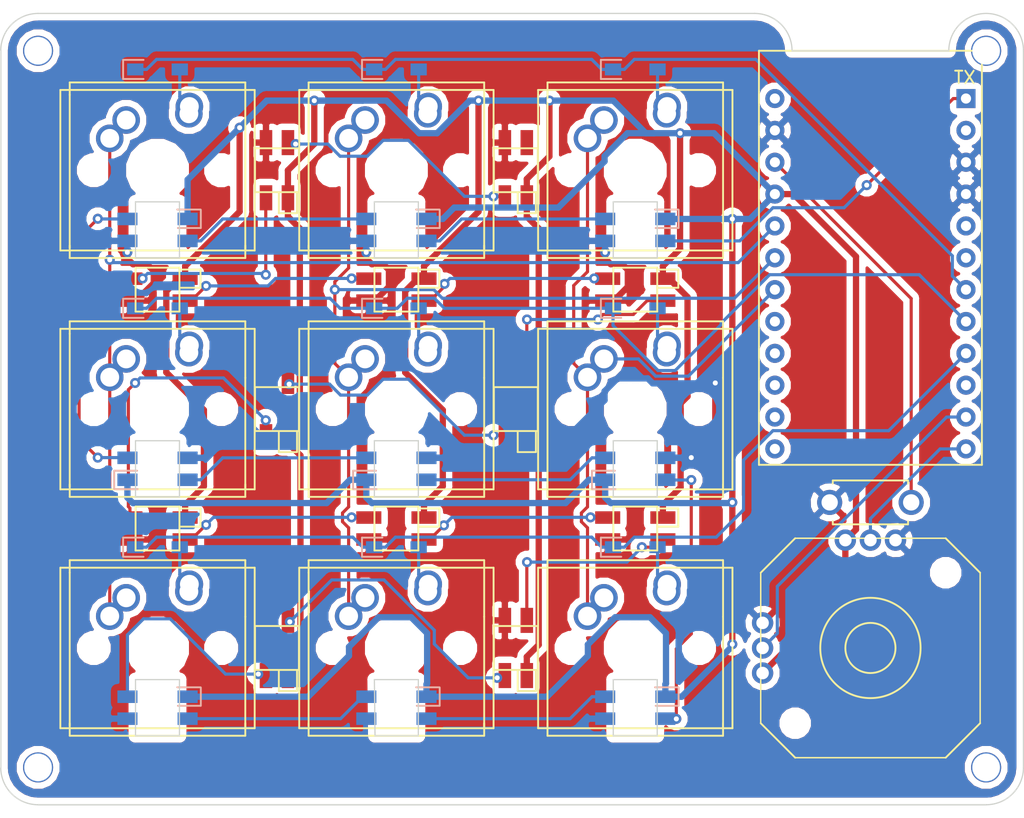
<source format=kicad_pcb>
(kicad_pcb (version 20171130) (host pcbnew "(5.0.1-3-g963ef8bb5)")
  (layers (0 F.Cu signal) (31 B.Cu signal) (34 B.Paste user) (35 F.Paste user) (36 B.SilkS user) (37 F.SilkS user) (38 B.Mask user) (39 F.Mask user) (44 Edge.Cuts user))
  (net 0 "")
  (net 1 "Net-(D1-Pad2)")
  (net 2 row0)
  (net 3 "Net-(D2-Pad2)")
  (net 4 row1)
  (net 5 "Net-(D3-Pad2)")
  (net 6 "Net-(D4-Pad2)")
  (net 7 "Net-(D5-Pad2)")
  (net 8 "Net-(D6-Pad2)")
  (net 9 VCC)
  (net 10 GND)
  (net 11 reset)
  (net 12 col0)
  (net 13 col1)
  (net 14 col2)
  (net 15 led)
  (net 16 "Net-(L1-Pad1)")
  (net 17 "Net-(L2-Pad1)")
  (net 18 "Net-(L3-Pad1)")
  (net 19 "Net-(L4-Pad1)")
  (net 20 "Net-(L5-Pad1)")
  (net 21 "Net-(L6-Pad1)")
  (net 22 underglow)
  (net 23 "Net-(L22-Pad1)")
  (net 24 "Net-(L23-Pad1)")
  (net 25 "Net-(L24-Pad1)")
  (net 26 "Net-(L25-Pad1)")
  (net 27 "Net-(L21-Pad1)")
  (net 28 "Net-(D7-Pad2)")
  (net 29 row2)
  (net 30 "Net-(D8-Pad2)")
  (net 31 "Net-(D9-Pad2)")
  (net 32 "Net-(L2-Pad3)")
  (net 33 "Net-(L3-Pad3)")
  (net 34 "Net-(U1-Pad2)")
  (net 35 "Net-(U1-Pad10)")
  (net 36 "Net-(U1-Pad24)")
  (net 37 "Net-(U1-Pad17)")
  (net 38 "Net-(U1-Pad16)")
  (net 39 "Net-(U1-Pad15)")
  (net 40 "Net-(U1-Pad14)")
  (net 41 "Net-(U1-Pad13)")
  (net 42 "Net-(L10-Pad3)")
  (net 43 "Net-(L10-Pad1)")
  (net 44 "Net-(L11-Pad1)")
  (net 45 "Net-(L12-Pad1)")
  (net 46 "Net-(L13-Pad1)")
  (net 47 "Net-(L14-Pad1)")
  (net 48 "Net-(L15-Pad1)")
  (net 49 "Net-(U1-Pad5)")
  (net 50 "Net-(U1-Pad6)")
  (net 51 Xin)
  (net 52 Yin)
  (module phi-kbd-library:JT8P-3.2T (layer F.Cu) (at 133.385352 88.332726 90)
    (fp_text reference U2 hide)
    (fp_text value Val**)
    (pad 1 thru_hole circle (at 8.6 2 90) (size 1.7 1.7) (drill 1) (layers *.Cu *.Mask) (net 10 GND))
    (pad 2 thru_hole circle (at 8.6 0 90) (size 1.7 1.7) (drill 1) (layers *.Cu *.Mask) (net 52 Yin))
    (pad 3 thru_hole circle (at 8.6 -2 90) (size 1.7 1.7) (drill 1) (layers *.Cu *.Mask) (net 9 VCC))
    (pad 4 thru_hole circle (at 2 -8.6 90) (size 1.7 1.7) (drill 1) (layers *.Cu *.Mask) (net 10 GND))
    (pad 5 thru_hole circle (at 0 -8.6 90) (size 1.7 1.7) (drill 1) (layers *.Cu *.Mask) (net 51 Xin))
    (pad 6 thru_hole circle (at -2 -8.6 90) (size 1.7 1.7) (drill 1) (layers *.Cu *.Mask) (net 9 VCC))
    (pad "" np_thru_hole circle (at 6 6 90) (size 1.5 1.5) (drill 1.5) (layers *.Cu *.Mask))
    (pad "" np_thru_hole circle (at -6 -6 90) (size 1.5 1.5) (drill 1.5) (layers *.Cu *.Mask))
  )
  (module phi-kbd-library:SK6812MINI-irreversible (layer B.Cu) (at 114.632898 54.99503)
    (fp_text reference L1 hide)
    (fp_text value SK6812MINI hide)
    (pad 4 smd rect (at 2.4 -0.875) (size 1.6 1) (layers B.Cu B.Paste B.Mask) (net 9 VCC))
    (pad 3 smd rect (at 2.4 0.875) (size 1.6 1) (layers B.Cu B.Paste B.Mask) (net 15 led))
    (pad 2 smd rect (at -2.4 0.875) (size 1.6 1) (layers B.Cu B.Paste B.Mask) (net 10 GND))
    (pad 1 smd rect (at -2.4 -0.875) (size 1.6 1) (layers B.Cu B.Paste B.Mask) (net 16 "Net-(L1-Pad1)"))
  )
  (module phi-kbd-library:SK6812MINI-irreversible (layer B.Cu) (at 76.532674 74.045142 180)
    (fp_text reference L2 hide)
    (fp_text value SK6812MINI hide)
    (pad 1 smd rect (at -2.4 -0.875 180) (size 1.6 1) (layers B.Cu B.Paste B.Mask) (net 17 "Net-(L2-Pad1)"))
    (pad 2 smd rect (at -2.4 0.875 180) (size 1.6 1) (layers B.Cu B.Paste B.Mask) (net 10 GND))
    (pad 3 smd rect (at 2.4 0.875 180) (size 1.6 1) (layers B.Cu B.Paste B.Mask) (net 32 "Net-(L2-Pad3)"))
    (pad 4 smd rect (at 2.4 -0.875 180) (size 1.6 1) (layers B.Cu B.Paste B.Mask) (net 9 VCC))
  )
  (module phi-kbd-library:SK6812MINI-irreversible (layer B.Cu) (at 114.632898 93.095254)
    (fp_text reference L3 hide)
    (fp_text value SK6812MINI hide)
    (pad 4 smd rect (at 2.4 -0.875) (size 1.6 1) (layers B.Cu B.Paste B.Mask) (net 9 VCC))
    (pad 3 smd rect (at 2.4 0.875) (size 1.6 1) (layers B.Cu B.Paste B.Mask) (net 33 "Net-(L3-Pad3)"))
    (pad 2 smd rect (at -2.4 0.875) (size 1.6 1) (layers B.Cu B.Paste B.Mask) (net 10 GND))
    (pad 1 smd rect (at -2.4 -0.875) (size 1.6 1) (layers B.Cu B.Paste B.Mask) (net 18 "Net-(L3-Pad1)"))
  )
  (module phi-kbd-library:SK6812MINI-irreversible (layer B.Cu) (at 95.582786 54.99503)
    (fp_text reference L4 hide)
    (fp_text value SK6812MINI hide)
    (pad 1 smd rect (at -2.4 -0.875) (size 1.6 1) (layers B.Cu B.Paste B.Mask) (net 19 "Net-(L4-Pad1)"))
    (pad 2 smd rect (at -2.4 0.875) (size 1.6 1) (layers B.Cu B.Paste B.Mask) (net 10 GND))
    (pad 3 smd rect (at 2.4 0.875) (size 1.6 1) (layers B.Cu B.Paste B.Mask) (net 16 "Net-(L1-Pad1)"))
    (pad 4 smd rect (at 2.4 -0.875) (size 1.6 1) (layers B.Cu B.Paste B.Mask) (net 9 VCC))
  )
  (module phi-kbd-library:SK6812MINI-irreversible (layer B.Cu) (at 95.582786 74.045142 180)
    (fp_text reference L5 hide)
    (fp_text value SK6812MINI hide)
    (pad 4 smd rect (at 2.4 -0.875 180) (size 1.6 1) (layers B.Cu B.Paste B.Mask) (net 9 VCC))
    (pad 3 smd rect (at 2.4 0.875 180) (size 1.6 1) (layers B.Cu B.Paste B.Mask) (net 17 "Net-(L2-Pad1)"))
    (pad 2 smd rect (at -2.4 0.875 180) (size 1.6 1) (layers B.Cu B.Paste B.Mask) (net 10 GND))
    (pad 1 smd rect (at -2.4 -0.875 180) (size 1.6 1) (layers B.Cu B.Paste B.Mask) (net 20 "Net-(L5-Pad1)"))
  )
  (module phi-kbd-library:SK6812MINI-irreversible (layer B.Cu) (at 95.582786 93.095254)
    (fp_text reference L6 hide)
    (fp_text value SK6812MINI hide)
    (pad 1 smd rect (at -2.4 -0.875) (size 1.6 1) (layers B.Cu B.Paste B.Mask) (net 21 "Net-(L6-Pad1)"))
    (pad 2 smd rect (at -2.4 0.875) (size 1.6 1) (layers B.Cu B.Paste B.Mask) (net 10 GND))
    (pad 3 smd rect (at 2.4 0.875) (size 1.6 1) (layers B.Cu B.Paste B.Mask) (net 18 "Net-(L3-Pad1)"))
    (pad 4 smd rect (at 2.4 -0.875) (size 1.6 1) (layers B.Cu B.Paste B.Mask) (net 9 VCC))
  )
  (module phi-kbd-library:SK6812MINI-underglow-irreversible (layer F.Cu) (at 86.05773 88.332726 270)
    (fp_text reference L21 hide)
    (fp_text value SK6812MINI hide)
    (pad 2 smd rect (at -2.2 0.875 270) (size 2 1) (layers F.Cu F.Paste F.Mask) (net 10 GND))
    (pad 1 smd rect (at -2.2 -0.875 270) (size 2 1) (layers F.Cu F.Paste F.Mask) (net 27 "Net-(L21-Pad1)"))
    (pad 3 smd rect (at 2.2 0.875 270) (size 2 1) (layers F.Cu F.Paste F.Mask) (net 22 underglow))
    (pad 4 smd rect (at 2.2 -0.875 270) (size 2 1) (layers F.Cu F.Paste F.Mask) (net 9 VCC))
  )
  (module phi-kbd-library:SK6812MINI-underglow-irreversible (layer F.Cu) (at 105.107842 88.332726 270)
    (fp_text reference L22 hide)
    (fp_text value SK6812MINI hide)
    (pad 4 smd rect (at 2.2 -0.875 270) (size 2 1) (layers F.Cu F.Paste F.Mask) (net 9 VCC))
    (pad 3 smd rect (at 2.2 0.875 270) (size 2 1) (layers F.Cu F.Paste F.Mask) (net 27 "Net-(L21-Pad1)"))
    (pad 1 smd rect (at -2.2 -0.875 270) (size 2 1) (layers F.Cu F.Paste F.Mask) (net 23 "Net-(L22-Pad1)"))
    (pad 2 smd rect (at -2.2 0.875 270) (size 2 1) (layers F.Cu F.Paste F.Mask) (net 10 GND))
  )
  (module phi-kbd-library:SK6812MINI-underglow-irreversible (layer F.Cu) (at 114.632898 78.80767)
    (fp_text reference L23 hide)
    (fp_text value SK6812MINI hide)
    (pad 2 smd rect (at -2.2 0.875) (size 2 1) (layers F.Cu F.Paste F.Mask) (net 10 GND))
    (pad 1 smd rect (at -2.2 -0.875) (size 2 1) (layers F.Cu F.Paste F.Mask) (net 24 "Net-(L23-Pad1)"))
    (pad 3 smd rect (at 2.2 0.875) (size 2 1) (layers F.Cu F.Paste F.Mask) (net 23 "Net-(L22-Pad1)"))
    (pad 4 smd rect (at 2.2 -0.875) (size 2 1) (layers F.Cu F.Paste F.Mask) (net 9 VCC))
  )
  (module phi-kbd-library:SK6812MINI-underglow-irreversible (layer F.Cu) (at 95.582786 78.80767)
    (fp_text reference L24 hide)
    (fp_text value SK6812MINI hide)
    (pad 4 smd rect (at 2.2 -0.875) (size 2 1) (layers F.Cu F.Paste F.Mask) (net 9 VCC))
    (pad 3 smd rect (at 2.2 0.875) (size 2 1) (layers F.Cu F.Paste F.Mask) (net 24 "Net-(L23-Pad1)"))
    (pad 1 smd rect (at -2.2 -0.875) (size 2 1) (layers F.Cu F.Paste F.Mask) (net 25 "Net-(L24-Pad1)"))
    (pad 2 smd rect (at -2.2 0.875) (size 2 1) (layers F.Cu F.Paste F.Mask) (net 10 GND))
  )
  (module phi-kbd-library:SK6812MINI-underglow-irreversible (layer F.Cu) (at 76.532674 78.80767)
    (fp_text reference L25 hide)
    (fp_text value SK6812MINI hide)
    (pad 2 smd rect (at -2.2 0.875) (size 2 1) (layers F.Cu F.Paste F.Mask) (net 10 GND))
    (pad 1 smd rect (at -2.2 -0.875) (size 2 1) (layers F.Cu F.Paste F.Mask) (net 26 "Net-(L25-Pad1)"))
    (pad 3 smd rect (at 2.2 0.875) (size 2 1) (layers F.Cu F.Paste F.Mask) (net 25 "Net-(L24-Pad1)"))
    (pad 4 smd rect (at 2.2 -0.875) (size 2 1) (layers F.Cu F.Paste F.Mask) (net 9 VCC))
  )
  (module phi-kbd-library:SK6812MINI-underglow-irreversible (layer F.Cu) (at 86.05773 69.282614 270)
    (fp_text reference L26 hide)
    (fp_text value SK6812MINI hide)
    (pad 4 smd rect (at 2.2 -0.875 270) (size 2 1) (layers F.Cu F.Paste F.Mask) (net 9 VCC))
    (pad 3 smd rect (at 2.2 0.875 270) (size 2 1) (layers F.Cu F.Paste F.Mask) (net 26 "Net-(L25-Pad1)"))
    (pad 1 smd rect (at -2.2 -0.875 270) (size 2 1) (layers F.Cu F.Paste F.Mask) (net 42 "Net-(L10-Pad3)"))
    (pad 2 smd rect (at -2.2 0.875 270) (size 2 1) (layers F.Cu F.Paste F.Mask) (net 10 GND))
  )
  (module phi-kbd-library:ResetSW-irreversible (layer F.Cu) (at 133.385352 76.724064 180)
    (fp_text reference SW1 hide)
    (fp_text value SW_PUSH)
    (pad 2 thru_hole circle (at 3.25 0 180) (size 2 2) (drill 1.3) (layers *.Cu *.Mask) (net 10 GND))
    (pad 1 thru_hole circle (at -3.25 0 180) (size 2 2) (drill 1.3) (layers *.Cu *.Mask) (net 11 reset))
  )
  (module phi-kbd-library:ProMicro_Reversed_Conthrough-irreversible (layer F.Cu) (at 133.385352 40.707446 270)
    (fp_text reference U1)
    (fp_text value ProMicro hide)
    (fp_text user TX (at 2.1336 -7.5184 unlocked) (layer F.SilkS))
    (pad 1 thru_hole rect (at 3.81 -7.62 270) (size 1.524 1.524) (drill 0.8128) (layers *.Cu *.Mask) (net 15 led))
    (pad 2 thru_hole circle (at 6.35 -7.62 270) (size 1.524 1.524) (drill 0.8128) (layers *.Cu *.Mask) (net 34 "Net-(U1-Pad2)"))
    (pad 3 thru_hole circle (at 8.89 -7.62 270) (size 1.524 1.524) (drill 0.8128) (layers *.Cu *.Mask) (net 10 GND))
    (pad 4 thru_hole circle (at 11.43 -7.62 270) (size 1.524 1.524) (drill 0.8128) (layers *.Cu *.Mask) (net 10 GND))
    (pad 5 thru_hole circle (at 13.97 -7.62 270) (size 1.524 1.524) (drill 0.8128) (layers *.Cu *.Mask) (net 49 "Net-(U1-Pad5)"))
    (pad 6 thru_hole circle (at 16.51 -7.62 270) (size 1.524 1.524) (drill 0.8128) (layers *.Cu *.Mask) (net 50 "Net-(U1-Pad6)"))
    (pad 7 thru_hole circle (at 19.05 -7.62 270) (size 1.524 1.524) (drill 0.8128) (layers *.Cu *.Mask) (net 2 row0))
    (pad 8 thru_hole circle (at 21.59 -7.62 270) (size 1.524 1.524) (drill 0.8128) (layers *.Cu *.Mask) (net 4 row1))
    (pad 9 thru_hole circle (at 24.13 -7.62 270) (size 1.524 1.524) (drill 0.8128) (layers *.Cu *.Mask) (net 29 row2))
    (pad 10 thru_hole circle (at 26.67 -7.62 270) (size 1.524 1.524) (drill 0.8128) (layers *.Cu *.Mask) (net 35 "Net-(U1-Pad10)"))
    (pad 11 thru_hole circle (at 29.21 -7.62 270) (size 1.524 1.524) (drill 0.8128) (layers *.Cu *.Mask) (net 51 Xin))
    (pad 12 thru_hole circle (at 31.75 -7.62 270) (size 1.524 1.524) (drill 0.8128) (layers *.Cu *.Mask) (net 52 Yin))
    (pad 24 thru_hole circle (at 3.81 7.62 270) (size 1.524 1.524) (drill 0.8128) (layers *.Cu *.Mask) (net 36 "Net-(U1-Pad24)"))
    (pad 23 thru_hole circle (at 6.35 7.62 270) (size 1.524 1.524) (drill 0.8128) (layers *.Cu *.Mask) (net 10 GND))
    (pad 22 thru_hole circle (at 8.89 7.62 270) (size 1.524 1.524) (drill 0.8128) (layers *.Cu *.Mask) (net 11 reset))
    (pad 21 thru_hole circle (at 11.43 7.62 270) (size 1.524 1.524) (drill 0.8128) (layers *.Cu *.Mask) (net 9 VCC))
    (pad 20 thru_hole circle (at 13.97 7.62 270) (size 1.524 1.524) (drill 0.8128) (layers *.Cu *.Mask) (net 12 col0))
    (pad 19 thru_hole circle (at 16.51 7.62 270) (size 1.524 1.524) (drill 0.8128) (layers *.Cu *.Mask) (net 13 col1))
    (pad 18 thru_hole circle (at 19.05 7.62 270) (size 1.524 1.524) (drill 0.8128) (layers *.Cu *.Mask) (net 14 col2))
    (pad 17 thru_hole circle (at 21.59 7.62 270) (size 1.524 1.524) (drill 0.8128) (layers *.Cu *.Mask) (net 37 "Net-(U1-Pad17)"))
    (pad 16 thru_hole circle (at 24.13 7.62 270) (size 1.524 1.524) (drill 0.8128) (layers *.Cu *.Mask) (net 38 "Net-(U1-Pad16)"))
    (pad 15 thru_hole circle (at 26.67 7.62 270) (size 1.524 1.524) (drill 0.8128) (layers *.Cu *.Mask) (net 39 "Net-(U1-Pad15)"))
    (pad 14 thru_hole circle (at 29.21 7.62 270) (size 1.524 1.524) (drill 0.8128) (layers *.Cu *.Mask) (net 40 "Net-(U1-Pad14)"))
    (pad 13 thru_hole circle (at 31.75 7.62 270) (size 1.524 1.524) (drill 0.8128) (layers *.Cu *.Mask) (net 41 "Net-(U1-Pad13)"))
  )
  (module phi-kbd-library:SK6812MINI-irreversible (layer B.Cu) (at 76.532674 54.99503)
    (fp_text reference L7 hide)
    (fp_text value SK6812MINI hide)
    (pad 4 smd rect (at 2.4 -0.875) (size 1.6 1) (layers B.Cu B.Paste B.Mask) (net 9 VCC))
    (pad 3 smd rect (at 2.4 0.875) (size 1.6 1) (layers B.Cu B.Paste B.Mask) (net 19 "Net-(L4-Pad1)"))
    (pad 2 smd rect (at -2.4 0.875) (size 1.6 1) (layers B.Cu B.Paste B.Mask) (net 10 GND))
    (pad 1 smd rect (at -2.4 -0.875) (size 1.6 1) (layers B.Cu B.Paste B.Mask) (net 32 "Net-(L2-Pad3)"))
  )
  (module phi-kbd-library:SK6812MINI-irreversible (layer B.Cu) (at 114.632898 74.045142 180)
    (fp_text reference L8 hide)
    (fp_text value SK6812MINI hide)
    (pad 1 smd rect (at -2.4 -0.875 180) (size 1.6 1) (layers B.Cu B.Paste B.Mask) (net 33 "Net-(L3-Pad3)"))
    (pad 2 smd rect (at -2.4 0.875 180) (size 1.6 1) (layers B.Cu B.Paste B.Mask) (net 10 GND))
    (pad 3 smd rect (at 2.4 0.875 180) (size 1.6 1) (layers B.Cu B.Paste B.Mask) (net 20 "Net-(L5-Pad1)"))
    (pad 4 smd rect (at 2.4 -0.875 180) (size 1.6 1) (layers B.Cu B.Paste B.Mask) (net 9 VCC))
  )
  (module phi-kbd-library:SK6812MINI-irreversible (layer B.Cu) (at 76.532674 93.095254)
    (fp_text reference L9 hide)
    (fp_text value SK6812MINI hide)
    (pad 4 smd rect (at 2.4 -0.875) (size 1.6 1) (layers B.Cu B.Paste B.Mask) (net 9 VCC))
    (pad 3 smd rect (at 2.4 0.875) (size 1.6 1) (layers B.Cu B.Paste B.Mask) (net 21 "Net-(L6-Pad1)"))
    (pad 2 smd rect (at -2.4 0.875) (size 1.6 1) (layers B.Cu B.Paste B.Mask) (net 10 GND))
    (pad 1 smd rect (at -2.4 -0.875) (size 1.6 1) (layers B.Cu B.Paste B.Mask) (net 22 underglow))
  )
  (module phi-kbd-library:D_SMD-irreversible (layer F.Cu) (at 76.532674 42.195736)
    (fp_text reference D1 hide)
    (fp_text value D hide)
    (pad 1 smd rect (at -1.775 0) (size 1.3 0.95) (layers B.Cu B.Paste B.Mask) (net 2 row0))
    (pad 2 smd rect (at 1.775 0) (size 1.3 0.95) (layers B.Cu B.Paste B.Mask) (net 1 "Net-(D1-Pad2)"))
  )
  (module phi-kbd-library:D_SMD-irreversible (layer F.Cu) (at 76.532674 61.245848)
    (fp_text reference D2 hide)
    (fp_text value D hide)
    (pad 2 smd rect (at 1.775 0) (size 1.3 0.95) (layers B.Cu B.Paste B.Mask) (net 3 "Net-(D2-Pad2)"))
    (pad 1 smd rect (at -1.775 0) (size 1.3 0.95) (layers B.Cu B.Paste B.Mask) (net 4 row1))
  )
  (module phi-kbd-library:D_SMD-irreversible (layer F.Cu) (at 95.582786 42.195736)
    (fp_text reference D3 hide)
    (fp_text value D hide)
    (pad 2 smd rect (at 1.775 0) (size 1.3 0.95) (layers B.Cu B.Paste B.Mask) (net 5 "Net-(D3-Pad2)"))
    (pad 1 smd rect (at -1.775 0) (size 1.3 0.95) (layers B.Cu B.Paste B.Mask) (net 2 row0))
  )
  (module phi-kbd-library:D_SMD-irreversible (layer F.Cu) (at 95.582786 61.245848)
    (fp_text reference D4 hide)
    (fp_text value D hide)
    (pad 1 smd rect (at -1.775 0) (size 1.3 0.95) (layers B.Cu B.Paste B.Mask) (net 4 row1))
    (pad 2 smd rect (at 1.775 0) (size 1.3 0.95) (layers B.Cu B.Paste B.Mask) (net 6 "Net-(D4-Pad2)"))
  )
  (module phi-kbd-library:D_SMD-irreversible (layer F.Cu) (at 114.632898 42.195736)
    (fp_text reference D5 hide)
    (fp_text value D hide)
    (pad 1 smd rect (at -1.775 0) (size 1.3 0.95) (layers B.Cu B.Paste B.Mask) (net 2 row0))
    (pad 2 smd rect (at 1.775 0) (size 1.3 0.95) (layers B.Cu B.Paste B.Mask) (net 7 "Net-(D5-Pad2)"))
  )
  (module phi-kbd-library:D_SMD-irreversible (layer F.Cu) (at 114.632898 61.245848)
    (fp_text reference D6 hide)
    (fp_text value D hide)
    (pad 2 smd rect (at 1.775 0) (size 1.3 0.95) (layers B.Cu B.Paste B.Mask) (net 8 "Net-(D6-Pad2)"))
    (pad 1 smd rect (at -1.775 0) (size 1.3 0.95) (layers B.Cu B.Paste B.Mask) (net 4 row1))
  )
  (module phi-kbd-library:D_SMD-irreversible (layer F.Cu) (at 76.532674 80.29596)
    (fp_text reference D7 hide)
    (fp_text value D hide)
    (pad 2 smd rect (at 1.775 0) (size 1.3 0.95) (layers B.Cu B.Paste B.Mask) (net 28 "Net-(D7-Pad2)"))
    (pad 1 smd rect (at -1.775 0) (size 1.3 0.95) (layers B.Cu B.Paste B.Mask) (net 29 row2))
  )
  (module phi-kbd-library:D_SMD-irreversible (layer F.Cu) (at 95.582786 80.29596)
    (fp_text reference D8 hide)
    (fp_text value D hide)
    (pad 1 smd rect (at -1.775 0) (size 1.3 0.95) (layers B.Cu B.Paste B.Mask) (net 29 row2))
    (pad 2 smd rect (at 1.775 0) (size 1.3 0.95) (layers B.Cu B.Paste B.Mask) (net 30 "Net-(D8-Pad2)"))
  )
  (module phi-kbd-library:D_SMD-irreversible (layer F.Cu) (at 114.632898 80.29596)
    (fp_text reference D9 hide)
    (fp_text value D hide)
    (pad 2 smd rect (at 1.775 0) (size 1.3 0.95) (layers B.Cu B.Paste B.Mask) (net 31 "Net-(D9-Pad2)"))
    (pad 1 smd rect (at -1.775 0) (size 1.3 0.95) (layers B.Cu B.Paste B.Mask) (net 29 row2))
  )
  (module phi-kbd-library:SK6812MINI-underglow-irreversible (layer F.Cu) (at 105.107842 69.282614 270)
    (fp_text reference L10 hide)
    (fp_text value SK6812MINI hide)
    (pad 4 smd rect (at 2.2 -0.875 270) (size 2 1) (layers F.Cu F.Paste F.Mask) (net 9 VCC))
    (pad 3 smd rect (at 2.2 0.875 270) (size 2 1) (layers F.Cu F.Paste F.Mask) (net 42 "Net-(L10-Pad3)"))
    (pad 1 smd rect (at -2.2 -0.875 270) (size 2 1) (layers F.Cu F.Paste F.Mask) (net 43 "Net-(L10-Pad1)"))
    (pad 2 smd rect (at -2.2 0.875 270) (size 2 1) (layers F.Cu F.Paste F.Mask) (net 10 GND))
  )
  (module phi-kbd-library:SK6812MINI-underglow-irreversible (layer F.Cu) (at 114.632898 59.757558)
    (fp_text reference L11 hide)
    (fp_text value SK6812MINI hide)
    (pad 2 smd rect (at -2.2 0.875) (size 2 1) (layers F.Cu F.Paste F.Mask) (net 10 GND))
    (pad 1 smd rect (at -2.2 -0.875) (size 2 1) (layers F.Cu F.Paste F.Mask) (net 44 "Net-(L11-Pad1)"))
    (pad 3 smd rect (at 2.2 0.875) (size 2 1) (layers F.Cu F.Paste F.Mask) (net 43 "Net-(L10-Pad1)"))
    (pad 4 smd rect (at 2.2 -0.875) (size 2 1) (layers F.Cu F.Paste F.Mask) (net 9 VCC))
  )
  (module phi-kbd-library:SK6812MINI-underglow-irreversible (layer F.Cu) (at 95.582786 59.757558)
    (fp_text reference L12 hide)
    (fp_text value SK6812MINI hide)
    (pad 4 smd rect (at 2.2 -0.875) (size 2 1) (layers F.Cu F.Paste F.Mask) (net 9 VCC))
    (pad 3 smd rect (at 2.2 0.875) (size 2 1) (layers F.Cu F.Paste F.Mask) (net 44 "Net-(L11-Pad1)"))
    (pad 1 smd rect (at -2.2 -0.875) (size 2 1) (layers F.Cu F.Paste F.Mask) (net 45 "Net-(L12-Pad1)"))
    (pad 2 smd rect (at -2.2 0.875) (size 2 1) (layers F.Cu F.Paste F.Mask) (net 10 GND))
  )
  (module phi-kbd-library:SK6812MINI-underglow-irreversible (layer F.Cu) (at 76.532674 59.757558)
    (fp_text reference L13 hide)
    (fp_text value SK6812MINI hide)
    (pad 2 smd rect (at -2.2 0.875) (size 2 1) (layers F.Cu F.Paste F.Mask) (net 10 GND))
    (pad 1 smd rect (at -2.2 -0.875) (size 2 1) (layers F.Cu F.Paste F.Mask) (net 46 "Net-(L13-Pad1)"))
    (pad 3 smd rect (at 2.2 0.875) (size 2 1) (layers F.Cu F.Paste F.Mask) (net 45 "Net-(L12-Pad1)"))
    (pad 4 smd rect (at 2.2 -0.875) (size 2 1) (layers F.Cu F.Paste F.Mask) (net 9 VCC))
  )
  (module phi-kbd-library:SK6812MINI-underglow-irreversible (layer F.Cu) (at 86.05773 50.232502 270)
    (fp_text reference L14 hide)
    (fp_text value SK6812MINI hide)
    (pad 4 smd rect (at 2.2 -0.875 270) (size 2 1) (layers F.Cu F.Paste F.Mask) (net 9 VCC))
    (pad 3 smd rect (at 2.2 0.875 270) (size 2 1) (layers F.Cu F.Paste F.Mask) (net 46 "Net-(L13-Pad1)"))
    (pad 1 smd rect (at -2.2 -0.875 270) (size 2 1) (layers F.Cu F.Paste F.Mask) (net 47 "Net-(L14-Pad1)"))
    (pad 2 smd rect (at -2.2 0.875 270) (size 2 1) (layers F.Cu F.Paste F.Mask) (net 10 GND))
  )
  (module phi-kbd-library:SK6812MINI-underglow-irreversible (layer F.Cu) (at 105.107842 50.232502 270)
    (fp_text reference L15 hide)
    (fp_text value SK6812MINI hide)
    (pad 2 smd rect (at -2.2 0.875 270) (size 2 1) (layers F.Cu F.Paste F.Mask) (net 10 GND))
    (pad 1 smd rect (at -2.2 -0.875 270) (size 2 1) (layers F.Cu F.Paste F.Mask) (net 48 "Net-(L15-Pad1)"))
    (pad 3 smd rect (at 2.2 0.875 270) (size 2 1) (layers F.Cu F.Paste F.Mask) (net 47 "Net-(L14-Pad1)"))
    (pad 4 smd rect (at 2.2 -0.875 270) (size 2 1) (layers F.Cu F.Paste F.Mask) (net 9 VCC))
  )
  (module phi-kbd-library:MX_or_ALPS-1.00u-irreversible (layer F.Cu) (at 76.532674 50.232502)
    (fp_text reference SW2)
    (fp_text value SW_PUSH hide)
    (pad 2 thru_hole circle (at 2.5 -4.5) (size 2.2 2.2) (drill 1.5) (layers *.Cu *.Mask) (net 1 "Net-(D1-Pad2)"))
    (pad 1 thru_hole circle (at -2.5 -4) (size 2.2 2.2) (drill 1.5) (layers *.Cu *.Mask) (net 12 col0))
    (pad 2 thru_hole circle (at 2.54 -5.08) (size 2.2 2.2) (drill 1.5) (layers *.Cu *.Mask) (net 1 "Net-(D1-Pad2)"))
    (pad 1 thru_hole circle (at -3.81 -2.54) (size 2.2 2.2) (drill 1.5) (layers *.Cu *.Mask) (net 12 col0))
    (pad "" np_thru_hole circle (at 0 0) (size 4 4) (drill 4) (layers *.Cu *.Mask))
    (pad "" np_thru_hole circle (at -5.08 0) (size 1.7 1.7) (drill 1.7) (layers *.Cu *.Mask))
    (pad "" np_thru_hole circle (at 5.08 0) (size 1.7 1.7) (drill 1.7) (layers *.Cu *.Mask))
  )
  (module phi-kbd-library:MX_or_ALPS-1.00u-irreversible (layer F.Cu) (at 76.532674 69.282614)
    (fp_text reference SW3)
    (fp_text value SW_PUSH hide)
    (pad 2 thru_hole circle (at 2.5 -4.5) (size 2.2 2.2) (drill 1.5) (layers *.Cu *.Mask) (net 3 "Net-(D2-Pad2)"))
    (pad 1 thru_hole circle (at -2.5 -4) (size 2.2 2.2) (drill 1.5) (layers *.Cu *.Mask) (net 12 col0))
    (pad 2 thru_hole circle (at 2.54 -5.08) (size 2.2 2.2) (drill 1.5) (layers *.Cu *.Mask) (net 3 "Net-(D2-Pad2)"))
    (pad 1 thru_hole circle (at -3.81 -2.54) (size 2.2 2.2) (drill 1.5) (layers *.Cu *.Mask) (net 12 col0))
    (pad "" np_thru_hole circle (at 0 0) (size 4 4) (drill 4) (layers *.Cu *.Mask))
    (pad "" np_thru_hole circle (at -5.08 0) (size 1.7 1.7) (drill 1.7) (layers *.Cu *.Mask))
    (pad "" np_thru_hole circle (at 5.08 0) (size 1.7 1.7) (drill 1.7) (layers *.Cu *.Mask))
  )
  (module phi-kbd-library:MX_or_ALPS-1.00u-irreversible (layer F.Cu) (at 95.582786 50.232502)
    (fp_text reference SW4)
    (fp_text value SW_PUSH hide)
    (pad 2 thru_hole circle (at 2.5 -4.5) (size 2.2 2.2) (drill 1.5) (layers *.Cu *.Mask) (net 5 "Net-(D3-Pad2)"))
    (pad 1 thru_hole circle (at -2.5 -4) (size 2.2 2.2) (drill 1.5) (layers *.Cu *.Mask) (net 13 col1))
    (pad 2 thru_hole circle (at 2.54 -5.08) (size 2.2 2.2) (drill 1.5) (layers *.Cu *.Mask) (net 5 "Net-(D3-Pad2)"))
    (pad 1 thru_hole circle (at -3.81 -2.54) (size 2.2 2.2) (drill 1.5) (layers *.Cu *.Mask) (net 13 col1))
    (pad "" np_thru_hole circle (at 0 0) (size 4 4) (drill 4) (layers *.Cu *.Mask))
    (pad "" np_thru_hole circle (at -5.08 0) (size 1.7 1.7) (drill 1.7) (layers *.Cu *.Mask))
    (pad "" np_thru_hole circle (at 5.08 0) (size 1.7 1.7) (drill 1.7) (layers *.Cu *.Mask))
  )
  (module phi-kbd-library:MX_or_ALPS-1.00u-irreversible (layer F.Cu) (at 95.582786 69.282614)
    (fp_text reference SW5)
    (fp_text value SW_PUSH hide)
    (pad "" np_thru_hole circle (at 5.08 0) (size 1.7 1.7) (drill 1.7) (layers *.Cu *.Mask))
    (pad "" np_thru_hole circle (at -5.08 0) (size 1.7 1.7) (drill 1.7) (layers *.Cu *.Mask))
    (pad "" np_thru_hole circle (at 0 0) (size 4 4) (drill 4) (layers *.Cu *.Mask))
    (pad 1 thru_hole circle (at -3.81 -2.54) (size 2.2 2.2) (drill 1.5) (layers *.Cu *.Mask) (net 13 col1))
    (pad 2 thru_hole circle (at 2.54 -5.08) (size 2.2 2.2) (drill 1.5) (layers *.Cu *.Mask) (net 6 "Net-(D4-Pad2)"))
    (pad 1 thru_hole circle (at -2.5 -4) (size 2.2 2.2) (drill 1.5) (layers *.Cu *.Mask) (net 13 col1))
    (pad 2 thru_hole circle (at 2.5 -4.5) (size 2.2 2.2) (drill 1.5) (layers *.Cu *.Mask) (net 6 "Net-(D4-Pad2)"))
  )
  (module phi-kbd-library:MX_or_ALPS-1.00u-irreversible (layer F.Cu) (at 114.632898 50.232502)
    (fp_text reference SW6)
    (fp_text value SW_PUSH hide)
    (pad "" np_thru_hole circle (at 5.08 0) (size 1.7 1.7) (drill 1.7) (layers *.Cu *.Mask))
    (pad "" np_thru_hole circle (at -5.08 0) (size 1.7 1.7) (drill 1.7) (layers *.Cu *.Mask))
    (pad "" np_thru_hole circle (at 0 0) (size 4 4) (drill 4) (layers *.Cu *.Mask))
    (pad 1 thru_hole circle (at -3.81 -2.54) (size 2.2 2.2) (drill 1.5) (layers *.Cu *.Mask) (net 14 col2))
    (pad 2 thru_hole circle (at 2.54 -5.08) (size 2.2 2.2) (drill 1.5) (layers *.Cu *.Mask) (net 7 "Net-(D5-Pad2)"))
    (pad 1 thru_hole circle (at -2.5 -4) (size 2.2 2.2) (drill 1.5) (layers *.Cu *.Mask) (net 14 col2))
    (pad 2 thru_hole circle (at 2.5 -4.5) (size 2.2 2.2) (drill 1.5) (layers *.Cu *.Mask) (net 7 "Net-(D5-Pad2)"))
  )
  (module phi-kbd-library:MX_or_ALPS-1.00u-irreversible (layer F.Cu) (at 114.632898 69.282614)
    (fp_text reference SW7)
    (fp_text value SW_PUSH hide)
    (pad 2 thru_hole circle (at 2.5 -4.5) (size 2.2 2.2) (drill 1.5) (layers *.Cu *.Mask) (net 8 "Net-(D6-Pad2)"))
    (pad 1 thru_hole circle (at -2.5 -4) (size 2.2 2.2) (drill 1.5) (layers *.Cu *.Mask) (net 14 col2))
    (pad 2 thru_hole circle (at 2.54 -5.08) (size 2.2 2.2) (drill 1.5) (layers *.Cu *.Mask) (net 8 "Net-(D6-Pad2)"))
    (pad 1 thru_hole circle (at -3.81 -2.54) (size 2.2 2.2) (drill 1.5) (layers *.Cu *.Mask) (net 14 col2))
    (pad "" np_thru_hole circle (at 0 0) (size 4 4) (drill 4) (layers *.Cu *.Mask))
    (pad "" np_thru_hole circle (at -5.08 0) (size 1.7 1.7) (drill 1.7) (layers *.Cu *.Mask))
    (pad "" np_thru_hole circle (at 5.08 0) (size 1.7 1.7) (drill 1.7) (layers *.Cu *.Mask))
  )
  (module phi-kbd-library:MX_or_ALPS-1.00u-irreversible (layer F.Cu) (at 76.532674 88.332726)
    (fp_text reference SW8)
    (fp_text value SW_PUSH hide)
    (pad "" np_thru_hole circle (at 5.08 0) (size 1.7 1.7) (drill 1.7) (layers *.Cu *.Mask))
    (pad "" np_thru_hole circle (at -5.08 0) (size 1.7 1.7) (drill 1.7) (layers *.Cu *.Mask))
    (pad "" np_thru_hole circle (at 0 0) (size 4 4) (drill 4) (layers *.Cu *.Mask))
    (pad 1 thru_hole circle (at -3.81 -2.54) (size 2.2 2.2) (drill 1.5) (layers *.Cu *.Mask) (net 12 col0))
    (pad 2 thru_hole circle (at 2.54 -5.08) (size 2.2 2.2) (drill 1.5) (layers *.Cu *.Mask) (net 28 "Net-(D7-Pad2)"))
    (pad 1 thru_hole circle (at -2.5 -4) (size 2.2 2.2) (drill 1.5) (layers *.Cu *.Mask) (net 12 col0))
    (pad 2 thru_hole circle (at 2.5 -4.5) (size 2.2 2.2) (drill 1.5) (layers *.Cu *.Mask) (net 28 "Net-(D7-Pad2)"))
  )
  (module phi-kbd-library:MX_or_ALPS-1.00u-irreversible (layer F.Cu) (at 95.582786 88.332726)
    (fp_text reference SW9)
    (fp_text value SW_PUSH hide)
    (pad 2 thru_hole circle (at 2.5 -4.5) (size 2.2 2.2) (drill 1.5) (layers *.Cu *.Mask) (net 30 "Net-(D8-Pad2)"))
    (pad 1 thru_hole circle (at -2.5 -4) (size 2.2 2.2) (drill 1.5) (layers *.Cu *.Mask) (net 13 col1))
    (pad 2 thru_hole circle (at 2.54 -5.08) (size 2.2 2.2) (drill 1.5) (layers *.Cu *.Mask) (net 30 "Net-(D8-Pad2)"))
    (pad 1 thru_hole circle (at -3.81 -2.54) (size 2.2 2.2) (drill 1.5) (layers *.Cu *.Mask) (net 13 col1))
    (pad "" np_thru_hole circle (at 0 0) (size 4 4) (drill 4) (layers *.Cu *.Mask))
    (pad "" np_thru_hole circle (at -5.08 0) (size 1.7 1.7) (drill 1.7) (layers *.Cu *.Mask))
    (pad "" np_thru_hole circle (at 5.08 0) (size 1.7 1.7) (drill 1.7) (layers *.Cu *.Mask))
  )
  (module phi-kbd-library:MX_or_ALPS-1.00u-irreversible (layer F.Cu) (at 114.632898 88.332726)
    (fp_text reference SW10)
    (fp_text value SW_PUSH hide)
    (pad "" np_thru_hole circle (at 5.08 0) (size 1.7 1.7) (drill 1.7) (layers *.Cu *.Mask))
    (pad "" np_thru_hole circle (at -5.08 0) (size 1.7 1.7) (drill 1.7) (layers *.Cu *.Mask))
    (pad "" np_thru_hole circle (at 0 0) (size 4 4) (drill 4) (layers *.Cu *.Mask))
    (pad 1 thru_hole circle (at -3.81 -2.54) (size 2.2 2.2) (drill 1.5) (layers *.Cu *.Mask) (net 14 col2))
    (pad 2 thru_hole circle (at 2.54 -5.08) (size 2.2 2.2) (drill 1.5) (layers *.Cu *.Mask) (net 31 "Net-(D9-Pad2)"))
    (pad 1 thru_hole circle (at -2.5 -4) (size 2.2 2.2) (drill 1.5) (layers *.Cu *.Mask) (net 14 col2))
    (pad 2 thru_hole circle (at 2.5 -4.5) (size 2.2 2.2) (drill 1.5) (layers *.Cu *.Mask) (net 31 "Net-(D9-Pad2)"))
  )
  (module phi-kbd-library:M2_SCREW_HOLE (layer F.Cu) (at 142.61275 40.707446)
    (fp_text reference Ref**)
    (fp_text value Val**)
    (pad "" np_thru_hole circle (at 0 0) (size 2.4 2.4) (drill 2.2) (layers *.Cu *.Mask))
  )
  (module phi-kbd-library:M2_SCREW_HOLE (layer F.Cu) (at 142.61275 97.857782)
    (fp_text reference Ref**)
    (fp_text value Val**)
    (pad "" np_thru_hole circle (at 0 0) (size 2.4 2.4) (drill 2.2) (layers *.Cu *.Mask))
  )
  (module phi-kbd-library:M2_SCREW_HOLE (layer F.Cu) (at 67.007618 97.857782)
    (fp_text reference Ref**)
    (fp_text value Val**)
    (pad "" np_thru_hole circle (at 0 0) (size 2.4 2.4) (drill 2.2) (layers *.Cu *.Mask))
  )
  (module phi-kbd-library:M2_SCREW_HOLE (layer F.Cu) (at 67.007618 40.707446)
    (fp_text reference Ref**)
    (fp_text value Val**)
    (pad "" np_thru_hole circle (at 0 0) (size 2.4 2.4) (drill 2.2) (layers *.Cu *.Mask))
  )
  (gr_line (start 139.63617 40.707446) (end 127.134534 40.707446) (layer Edge.Cuts) (width 0.1))
  (gr_arc (start 67.007618 97.857782) (end 64.031038 97.857782) (angle -90) (layer Edge.Cuts) (width 0.1))
  (gr_arc (start 142.61275 97.857782) (end 142.61275 100.834362) (angle -90) (layer Edge.Cuts) (width 0.1))
  (gr_arc (start 142.61275 40.707446) (end 145.58933 40.707446) (angle -180) (layer Edge.Cuts) (width 0.1))
  (gr_arc (start 124.157954 40.707446) (end 127.134534 40.707446) (angle -90) (layer Edge.Cuts) (width 0.1))
  (gr_line (start 124.157954 37.730866) (end 67.007618 37.730866) (layer Edge.Cuts) (width 0.1))
  (gr_arc (start 67.007618 40.707446) (end 67.007618 37.730866) (angle -90) (layer Edge.Cuts) (width 0.1))
  (gr_line (start 112.877376 95.3262) (end 112.877376 90.8558) (layer Edge.Cuts) (width 0.1))
  (gr_line (start 112.928176 95.3262) (end 112.877376 95.3262) (layer Edge.Cuts) (width 0.1))
  (gr_line (start 116.382576 95.3262) (end 112.928176 95.3262) (layer Edge.Cuts) (width 0.1))
  (gr_line (start 116.382576 90.8558) (end 116.382576 95.3262) (layer Edge.Cuts) (width 0.1))
  (gr_line (start 112.877376 90.8558) (end 116.382576 90.8558) (layer Edge.Cuts) (width 0.1))
  (gr_line (start 93.878176 95.3262) (end 93.827376 90.8558) (layer Edge.Cuts) (width 0.1))
  (gr_line (start 97.332576 95.3262) (end 93.878176 95.3262) (layer Edge.Cuts) (width 0.1))
  (gr_line (start 97.332576 90.8558) (end 97.332576 95.3262) (layer Edge.Cuts) (width 0.1))
  (gr_line (start 93.827376 90.8558) (end 97.332576 90.8558) (layer Edge.Cuts) (width 0.1))
  (gr_line (start 74.777376 95.3262) (end 74.777376 90.8558) (layer Edge.Cuts) (width 0.1))
  (gr_line (start 78.282576 95.3262) (end 74.777376 95.3262) (layer Edge.Cuts) (width 0.1))
  (gr_line (start 78.282576 90.8558) (end 78.282576 95.3262) (layer Edge.Cuts) (width 0.1))
  (gr_line (start 74.777376 90.8558) (end 78.282576 90.8558) (layer Edge.Cuts) (width 0.1))
  (gr_line (start 74.777376 76.2762) (end 74.777376 71.8058) (layer Edge.Cuts) (width 0.1))
  (gr_line (start 78.282576 76.2762) (end 74.777376 76.2762) (layer Edge.Cuts) (width 0.1))
  (gr_line (start 78.282576 71.8058) (end 78.282576 76.2762) (layer Edge.Cuts) (width 0.1))
  (gr_line (start 74.777376 71.8058) (end 78.282576 71.8058) (layer Edge.Cuts) (width 0.1))
  (gr_line (start 93.827376 76.2762) (end 93.827376 71.8058) (layer Edge.Cuts) (width 0.1))
  (gr_line (start 97.332576 76.2762) (end 93.827376 76.2762) (layer Edge.Cuts) (width 0.1))
  (gr_line (start 97.332576 71.8058) (end 97.332576 76.2762) (layer Edge.Cuts) (width 0.1))
  (gr_line (start 93.827376 71.8058) (end 97.332576 71.8058) (layer Edge.Cuts) (width 0.1))
  (gr_line (start 112.877376 76.2762) (end 112.877376 71.8058) (layer Edge.Cuts) (width 0.1))
  (gr_line (start 116.382576 76.2762) (end 112.877376 76.2762) (layer Edge.Cuts) (width 0.1))
  (gr_line (start 116.382576 71.8058) (end 116.382576 76.2762) (layer Edge.Cuts) (width 0.1))
  (gr_line (start 112.877376 71.8058) (end 116.382576 71.8058) (layer Edge.Cuts) (width 0.1))
  (gr_line (start 74.777376 52.8066) (end 74.777376 52.7558) (layer Edge.Cuts) (width 0.1))
  (gr_line (start 74.777376 57.2262) (end 74.777376 52.8066) (layer Edge.Cuts) (width 0.1))
  (gr_line (start 78.282576 57.2262) (end 74.777376 57.2262) (layer Edge.Cuts) (width 0.1))
  (gr_line (start 78.282576 52.7558) (end 78.282576 57.2262) (layer Edge.Cuts) (width 0.1))
  (gr_line (start 74.777376 52.7558) (end 78.282576 52.7558) (layer Edge.Cuts) (width 0.1))
  (gr_line (start 93.827376 57.2262) (end 93.827376 52.7558) (layer Edge.Cuts) (width 0.1))
  (gr_line (start 97.332576 57.2262) (end 93.827376 57.2262) (layer Edge.Cuts) (width 0.1))
  (gr_line (start 97.332576 52.7558) (end 97.332576 57.2262) (layer Edge.Cuts) (width 0.1))
  (gr_line (start 93.827376 52.7558) (end 97.332576 52.7558) (layer Edge.Cuts) (width 0.1))
  (gr_line (start 112.877376 57.2262) (end 112.877376 52.7558) (layer Edge.Cuts) (width 0.1))
  (gr_line (start 116.382576 57.2262) (end 112.877376 57.2262) (layer Edge.Cuts) (width 0.1))
  (gr_line (start 116.382576 52.7558) (end 116.382576 57.2262) (layer Edge.Cuts) (width 0.1))
  (gr_line (start 112.877376 52.7558) (end 116.382576 52.7558) (layer Edge.Cuts) (width 0.1))
  (gr_line (start 67.007618 100.834362) (end 142.61275 100.834362) (layer Edge.Cuts) (width 0.12))
  (gr_line (start 145.58933 97.857782) (end 145.58933 40.707446) (layer Edge.Cuts) (width 0.1))
  (gr_line (start 64.031038 97.857782) (end 64.031038 40.707446) (layer Edge.Cuts) (width 0.12))
  (segment (start 78.307674 44.387502) (end 79.072674 45.152502) (width 0.25) (layer B.Cu) (net 1))
  (segment (start 78.307674 42.195736) (end 78.307674 44.387502) (width 0.25) (layer B.Cu) (net 1))
  (segment (start 92.907786 42.195736) (end 93.807786 42.195736) (width 0.25) (layer B.Cu) (net 2))
  (segment (start 92.107785 41.395735) (end 92.907786 42.195736) (width 0.25) (layer B.Cu) (net 2))
  (segment (start 76.457675 41.395735) (end 92.107785 41.395735) (width 0.25) (layer B.Cu) (net 2))
  (segment (start 75.657674 42.195736) (end 76.457675 41.395735) (width 0.25) (layer B.Cu) (net 2))
  (segment (start 74.757674 42.195736) (end 75.657674 42.195736) (width 0.25) (layer B.Cu) (net 2))
  (segment (start 111.957898 42.195736) (end 112.857898 42.195736) (width 0.25) (layer B.Cu) (net 2))
  (segment (start 111.157897 41.395735) (end 111.957898 42.195736) (width 0.25) (layer B.Cu) (net 2))
  (segment (start 95.507787 41.395735) (end 111.157897 41.395735) (width 0.25) (layer B.Cu) (net 2))
  (segment (start 94.707786 42.195736) (end 95.507787 41.395735) (width 0.25) (layer B.Cu) (net 2))
  (segment (start 93.807786 42.195736) (end 94.707786 42.195736) (width 0.25) (layer B.Cu) (net 2))
  (segment (start 139.918351 58.670445) (end 141.005352 59.757446) (width 0.25) (layer B.Cu) (net 2))
  (segment (start 139.918351 57.061683) (end 139.918351 58.670445) (width 0.25) (layer B.Cu) (net 2))
  (segment (start 124.252403 41.395735) (end 139.918351 57.061683) (width 0.25) (layer B.Cu) (net 2))
  (segment (start 114.557899 41.395735) (end 124.252403 41.395735) (width 0.25) (layer B.Cu) (net 2))
  (segment (start 113.757898 42.195736) (end 114.557899 41.395735) (width 0.25) (layer B.Cu) (net 2))
  (segment (start 112.857898 42.195736) (end 113.757898 42.195736) (width 0.25) (layer B.Cu) (net 2))
  (segment (start 78.307674 63.437614) (end 79.072674 64.202614) (width 0.25) (layer B.Cu) (net 3))
  (segment (start 78.307674 61.245848) (end 78.307674 63.437614) (width 0.25) (layer B.Cu) (net 3))
  (segment (start 95.647784 61.245848) (end 96.447785 60.445847) (width 0.25) (layer B.Cu) (net 4))
  (segment (start 96.447785 60.445847) (end 98.611245 60.445847) (width 0.25) (layer B.Cu) (net 4))
  (segment (start 99.411246 61.245848) (end 112.857898 61.245848) (width 0.25) (layer B.Cu) (net 4))
  (segment (start 98.611245 60.445847) (end 99.411246 61.245848) (width 0.25) (layer B.Cu) (net 4))
  (segment (start 93.807786 61.245848) (end 95.647784 61.245848) (width 0.25) (layer B.Cu) (net 4))
  (segment (start 91.088073 61.245848) (end 93.807786 61.245848) (width 0.25) (layer B.Cu) (net 4))
  (segment (start 74.757674 61.245848) (end 75.657674 61.245848) (width 0.25) (layer B.Cu) (net 4))
  (segment (start 76.457675 60.445847) (end 90.288072 60.445847) (width 0.25) (layer B.Cu) (net 4))
  (segment (start 75.657674 61.245848) (end 76.457675 60.445847) (width 0.25) (layer B.Cu) (net 4))
  (segment (start 90.288072 60.445847) (end 91.088073 61.245848) (width 0.25) (layer B.Cu) (net 4))
  (segment (start 141.005352 62.297446) (end 137.274832 58.566926) (width 0.25) (layer B.Cu) (net 4))
  (segment (start 125.34711 58.566926) (end 121.479032 62.435004) (width 0.25) (layer B.Cu) (net 4))
  (segment (start 137.274832 58.566926) (end 125.34711 58.566926) (width 0.25) (layer B.Cu) (net 4))
  (segment (start 112.857898 62.616616) (end 112.857898 61.245848) (width 0.25) (layer B.Cu) (net 4))
  (segment (start 116.448897 66.207615) (end 112.857898 62.616616) (width 0.25) (layer B.Cu) (net 4))
  (segment (start 117.816899 66.207615) (end 116.448897 66.207615) (width 0.25) (layer B.Cu) (net 4))
  (segment (start 121.479032 62.545482) (end 117.816899 66.207615) (width 0.25) (layer B.Cu) (net 4))
  (segment (start 121.479032 62.435004) (end 121.479032 62.545482) (width 0.25) (layer B.Cu) (net 4))
  (segment (start 97.357786 44.387502) (end 98.122786 45.152502) (width 0.25) (layer B.Cu) (net 5))
  (segment (start 97.357786 42.195736) (end 97.357786 44.387502) (width 0.25) (layer B.Cu) (net 5))
  (segment (start 97.357786 63.437614) (end 98.122786 64.202614) (width 0.25) (layer B.Cu) (net 6))
  (segment (start 97.357786 61.245848) (end 97.357786 63.437614) (width 0.25) (layer B.Cu) (net 6))
  (segment (start 116.407898 44.387502) (end 117.172898 45.152502) (width 0.25) (layer B.Cu) (net 7))
  (segment (start 116.407898 42.195736) (end 116.407898 44.387502) (width 0.25) (layer B.Cu) (net 7))
  (segment (start 116.407898 63.437614) (end 117.172898 64.202614) (width 0.25) (layer B.Cu) (net 8))
  (segment (start 116.407898 61.245848) (end 116.407898 63.437614) (width 0.25) (layer B.Cu) (net 8))
  (segment (start 123.782768 54.12003) (end 125.765352 52.137446) (width 0.5) (layer B.Cu) (net 9))
  (via (at 122.372006 54.12003) (size 0.8) (drill 0.4) (layers F.Cu B.Cu) (net 9))
  (segment (start 117.032898 54.12003) (end 122.372006 54.12003) (width 0.5) (layer B.Cu) (net 9))
  (segment (start 122.372006 54.12003) (end 123.782768 54.12003) (width 0.5) (layer B.Cu) (net 9))
  (via (at 122.372006 88.035068) (size 0.8) (drill 0.4) (layers F.Cu B.Cu) (net 9))
  (segment (start 122.372006 88.181146) (end 122.372006 88.035068) (width 0.5) (layer B.Cu) (net 9))
  (segment (start 118.332898 92.220254) (end 122.372006 88.181146) (width 0.5) (layer B.Cu) (net 9))
  (segment (start 117.032898 92.220254) (end 118.332898 92.220254) (width 0.5) (layer B.Cu) (net 9))
  (via (at 122.372006 76.724064) (size 0.8) (drill 0.4) (layers F.Cu B.Cu) (net 9))
  (segment (start 122.31986 76.77621) (end 122.372006 76.724064) (width 0.5) (layer B.Cu) (net 9))
  (segment (start 112.232898 76.338842) (end 112.670266 76.77621) (width 0.5) (layer B.Cu) (net 9))
  (segment (start 112.232898 74.920142) (end 112.232898 76.338842) (width 0.5) (layer B.Cu) (net 9))
  (segment (start 122.372006 76.724064) (end 122.372006 88.035068) (width 0.5) (layer F.Cu) (net 9))
  (segment (start 112.670266 76.77621) (end 122.31986 76.77621) (width 0.5) (layer B.Cu) (net 9))
  (segment (start 122.372006 54.12003) (end 122.372006 76.724064) (width 0.5) (layer F.Cu) (net 9))
  (segment (start 98.826787 47.282503) (end 97.395315 47.282503) (width 0.5) (layer B.Cu) (net 9))
  (segment (start 101.426789 44.682501) (end 98.826787 47.282503) (width 0.5) (layer B.Cu) (net 9))
  (segment (start 115.476901 47.282503) (end 112.876899 44.682501) (width 0.5) (layer B.Cu) (net 9))
  (segment (start 125.765352 52.137446) (end 120.910409 47.282503) (width 0.5) (layer B.Cu) (net 9))
  (segment (start 97.395315 47.282503) (end 94.795313 44.682501) (width 0.5) (layer B.Cu) (net 9))
  (via (at 89.03431 44.682501) (size 0.8) (drill 0.4) (layers F.Cu B.Cu) (net 9))
  (segment (start 89.03431 48.136976) (end 89.03431 44.682501) (width 0.5) (layer F.Cu) (net 9))
  (segment (start 86.93273 50.238556) (end 89.03431 48.136976) (width 0.5) (layer F.Cu) (net 9))
  (segment (start 86.93273 52.432502) (end 86.93273 50.238556) (width 0.5) (layer F.Cu) (net 9))
  (via (at 107.786764 44.682501) (size 0.8) (drill 0.4) (layers F.Cu B.Cu) (net 9))
  (segment (start 105.982842 50.932502) (end 107.786764 49.12858) (width 0.5) (layer F.Cu) (net 9))
  (segment (start 112.876899 44.682501) (end 107.786764 44.682501) (width 0.5) (layer B.Cu) (net 9))
  (segment (start 107.786764 49.12858) (end 107.786764 44.682501) (width 0.5) (layer F.Cu) (net 9))
  (segment (start 105.982842 52.432502) (end 105.982842 50.932502) (width 0.5) (layer F.Cu) (net 9))
  (segment (start 106.932843 54.882503) (end 106.932843 69.032613) (width 0.5) (layer F.Cu) (net 9))
  (segment (start 105.982842 53.932502) (end 106.932843 54.882503) (width 0.5) (layer F.Cu) (net 9))
  (segment (start 105.982842 69.982614) (end 105.982842 71.482614) (width 0.5) (layer F.Cu) (net 9))
  (segment (start 106.932843 69.032613) (end 105.982842 69.982614) (width 0.5) (layer F.Cu) (net 9))
  (segment (start 105.982842 52.432502) (end 105.982842 53.932502) (width 0.5) (layer F.Cu) (net 9))
  (segment (start 106.932843 73.932615) (end 106.932843 88.082725) (width 0.5) (layer F.Cu) (net 9))
  (segment (start 106.932843 88.082725) (end 105.982842 89.032726) (width 0.5) (layer F.Cu) (net 9))
  (segment (start 105.982842 72.982614) (end 106.932843 73.932615) (width 0.5) (layer F.Cu) (net 9))
  (segment (start 105.982842 89.032726) (end 105.982842 90.532726) (width 0.5) (layer F.Cu) (net 9))
  (segment (start 105.982842 71.482614) (end 105.982842 72.982614) (width 0.5) (layer F.Cu) (net 9))
  (segment (start 86.93273 53.932502) (end 87.882731 54.882503) (width 0.5) (layer F.Cu) (net 9))
  (segment (start 87.882731 69.032613) (end 86.93273 69.982614) (width 0.5) (layer F.Cu) (net 9))
  (segment (start 86.93273 52.432502) (end 86.93273 53.932502) (width 0.5) (layer F.Cu) (net 9))
  (segment (start 86.93273 69.982614) (end 86.93273 71.482614) (width 0.5) (layer F.Cu) (net 9))
  (segment (start 87.882731 54.882503) (end 87.882731 69.032613) (width 0.5) (layer F.Cu) (net 9))
  (segment (start 87.93273 72.982614) (end 87.93273 89.032726) (width 0.5) (layer F.Cu) (net 9))
  (segment (start 86.93273 71.982614) (end 87.93273 72.982614) (width 0.5) (layer F.Cu) (net 9))
  (segment (start 86.93273 90.032726) (end 86.93273 90.532726) (width 0.5) (layer F.Cu) (net 9))
  (segment (start 87.93273 89.032726) (end 86.93273 90.032726) (width 0.5) (layer F.Cu) (net 9))
  (segment (start 86.93273 71.482614) (end 86.93273 71.982614) (width 0.5) (layer F.Cu) (net 9))
  (segment (start 99.282786 75.43267) (end 97.782786 76.93267) (width 0.5) (layer F.Cu) (net 9))
  (segment (start 96.282786 66.356612) (end 99.282786 69.356612) (width 0.5) (layer F.Cu) (net 9))
  (segment (start 99.282786 69.356612) (end 99.282786 75.43267) (width 0.5) (layer F.Cu) (net 9))
  (segment (start 96.282786 59.882558) (end 96.282786 66.356612) (width 0.5) (layer F.Cu) (net 9))
  (segment (start 97.782786 76.93267) (end 97.782786 77.93267) (width 0.5) (layer F.Cu) (net 9))
  (segment (start 97.282786 58.882558) (end 96.282786 59.882558) (width 0.5) (layer F.Cu) (net 9))
  (segment (start 97.782786 58.882558) (end 97.282786 58.882558) (width 0.5) (layer F.Cu) (net 9))
  (segment (start 80.232674 75.43267) (end 78.732674 76.93267) (width 0.5) (layer F.Cu) (net 9))
  (segment (start 77.232674 66.356612) (end 80.232674 69.356612) (width 0.5) (layer F.Cu) (net 9))
  (segment (start 77.232674 59.882558) (end 77.232674 66.356612) (width 0.5) (layer F.Cu) (net 9))
  (segment (start 80.232674 69.356612) (end 80.232674 75.43267) (width 0.5) (layer F.Cu) (net 9))
  (segment (start 78.232674 58.882558) (end 77.232674 59.882558) (width 0.5) (layer F.Cu) (net 9))
  (segment (start 78.732674 76.93267) (end 78.732674 77.93267) (width 0.5) (layer F.Cu) (net 9))
  (segment (start 78.732674 58.882558) (end 78.232674 58.882558) (width 0.5) (layer F.Cu) (net 9))
  (via (at 102.131262 44.682501) (size 0.8) (drill 0.4) (layers F.Cu B.Cu) (net 9))
  (segment (start 97.782786 57.882558) (end 102.131262 53.534082) (width 0.5) (layer F.Cu) (net 9))
  (segment (start 97.782786 58.882558) (end 97.782786 57.882558) (width 0.5) (layer F.Cu) (net 9))
  (segment (start 102.131262 53.534082) (end 102.131262 44.682501) (width 0.5) (layer F.Cu) (net 9))
  (segment (start 102.131262 44.682501) (end 101.426789 44.682501) (width 0.5) (layer B.Cu) (net 9))
  (segment (start 107.786764 44.682501) (end 102.131262 44.682501) (width 0.5) (layer B.Cu) (net 9))
  (segment (start 94.795313 44.682501) (end 92.903864 44.682501) (width 0.5) (layer B.Cu) (net 9))
  (segment (start 92.903864 44.682501) (end 89.03431 44.682501) (width 0.5) (layer B.Cu) (net 9))
  (segment (start 78.732674 57.882558) (end 83.08115 53.534082) (width 0.5) (layer F.Cu) (net 9))
  (segment (start 78.732674 58.882558) (end 78.732674 57.882558) (width 0.5) (layer F.Cu) (net 9))
  (segment (start 93.182786 76.33873) (end 93.182786 74.920142) (width 0.5) (layer B.Cu) (net 9))
  (segment (start 93.620266 76.77621) (end 93.182786 76.33873) (width 0.5) (layer B.Cu) (net 9))
  (segment (start 109.07683 76.77621) (end 93.620266 76.77621) (width 0.5) (layer B.Cu) (net 9))
  (segment (start 110.932898 74.920142) (end 109.07683 76.77621) (width 0.5) (layer B.Cu) (net 9))
  (segment (start 112.232898 74.920142) (end 110.932898 74.920142) (width 0.5) (layer B.Cu) (net 9))
  (segment (start 74.132674 76.338618) (end 74.132674 74.920142) (width 0.5) (layer B.Cu) (net 9))
  (segment (start 74.570266 76.77621) (end 74.132674 76.338618) (width 0.5) (layer B.Cu) (net 9))
  (segment (start 90.026718 76.77621) (end 74.570266 76.77621) (width 0.5) (layer B.Cu) (net 9))
  (segment (start 91.882786 74.920142) (end 90.026718 76.77621) (width 0.5) (layer B.Cu) (net 9))
  (segment (start 93.182786 74.920142) (end 91.882786 74.920142) (width 0.5) (layer B.Cu) (net 9))
  (segment (start 107.589372 92.220254) (end 97.982786 92.220254) (width 0.5) (layer B.Cu) (net 9))
  (segment (start 110.852899 88.956727) (end 107.589372 92.220254) (width 0.5) (layer B.Cu) (net 9))
  (segment (start 115.808899 85.882725) (end 113.026901 85.882725) (width 0.5) (layer B.Cu) (net 9))
  (segment (start 113.026901 85.882725) (end 110.852899 88.056727) (width 0.5) (layer B.Cu) (net 9))
  (segment (start 117.082899 87.156725) (end 115.808899 85.882725) (width 0.5) (layer B.Cu) (net 9))
  (segment (start 117.082899 91.170253) (end 117.082899 87.156725) (width 0.5) (layer B.Cu) (net 9))
  (segment (start 117.032898 91.220254) (end 117.082899 91.170253) (width 0.5) (layer B.Cu) (net 9))
  (segment (start 110.852899 88.056727) (end 110.852899 88.956727) (width 0.5) (layer B.Cu) (net 9))
  (segment (start 117.032898 92.220254) (end 117.032898 91.220254) (width 0.5) (layer B.Cu) (net 9))
  (segment (start 97.982786 91.220254) (end 98.032787 91.170253) (width 0.5) (layer B.Cu) (net 9))
  (segment (start 98.032787 91.170253) (end 98.032787 87.156725) (width 0.5) (layer B.Cu) (net 9))
  (segment (start 97.982786 92.220254) (end 97.982786 91.220254) (width 0.5) (layer B.Cu) (net 9))
  (segment (start 98.032787 87.156725) (end 96.758787 85.882725) (width 0.5) (layer B.Cu) (net 9))
  (segment (start 96.758787 85.882725) (end 94.163233 85.882725) (width 0.5) (layer B.Cu) (net 9))
  (segment (start 88.53926 92.220254) (end 78.932674 92.220254) (width 0.5) (layer B.Cu) (net 9))
  (segment (start 91.802787 88.956727) (end 88.53926 92.220254) (width 0.5) (layer B.Cu) (net 9))
  (segment (start 94.163233 85.882725) (end 91.802787 88.243171) (width 0.5) (layer B.Cu) (net 9))
  (segment (start 91.802787 88.243171) (end 91.802787 88.956727) (width 0.5) (layer B.Cu) (net 9))
  (segment (start 117.332898 58.882558) (end 118.332898 59.882558) (width 0.5) (layer F.Cu) (net 9))
  (segment (start 118.247766 75.517802) (end 116.832898 76.93267) (width 0.5) (layer F.Cu) (net 9))
  (segment (start 116.832898 76.93267) (end 116.832898 77.93267) (width 0.5) (layer F.Cu) (net 9))
  (segment (start 118.80011 68.2714) (end 118.247766 68.823744) (width 0.5) (layer F.Cu) (net 9))
  (segment (start 117.332898 58.882558) (end 118.80011 60.34977) (width 0.5) (layer F.Cu) (net 9))
  (segment (start 118.247766 68.823744) (end 118.247766 71.36622) (width 0.5) (layer F.Cu) (net 9))
  (segment (start 118.80011 60.34977) (end 118.80011 68.2714) (width 0.5) (layer F.Cu) (net 9))
  (segment (start 116.832898 58.882558) (end 117.332898 58.882558) (width 0.5) (layer F.Cu) (net 9))
  (segment (start 118.247766 71.36622) (end 118.247766 75.517802) (width 0.5) (layer F.Cu) (net 9))
  (segment (start 118.247766 69.27148) (end 118.247766 71.36622) (width 0.5) (layer F.Cu) (net 9))
  (segment (start 99.282786 54.12003) (end 100.193734 53.209082) (width 0.5) (layer B.Cu) (net 9))
  (segment (start 97.982786 54.12003) (end 99.282786 54.12003) (width 0.5) (layer B.Cu) (net 9))
  (segment (start 112.182897 49.526505) (end 112.182897 49.110607) (width 0.5) (layer B.Cu) (net 9))
  (segment (start 108.50032 53.209082) (end 112.182897 49.526505) (width 0.5) (layer B.Cu) (net 9))
  (segment (start 100.193734 53.209082) (end 108.50032 53.209082) (width 0.5) (layer B.Cu) (net 9))
  (segment (start 114.011001 47.282503) (end 116.121188 47.282503) (width 0.5) (layer B.Cu) (net 9))
  (segment (start 116.121188 47.282503) (end 115.476901 47.282503) (width 0.5) (layer B.Cu) (net 9))
  (segment (start 112.182897 49.110607) (end 114.011001 47.282503) (width 0.5) (layer B.Cu) (net 9))
  (segment (start 85.238673 44.682501) (end 86.05773 44.682501) (width 0.5) (layer B.Cu) (net 9))
  (segment (start 78.932674 54.12003) (end 78.932674 50.9885) (width 0.5) (layer B.Cu) (net 9))
  (segment (start 92.903864 44.682501) (end 86.05773 44.682501) (width 0.5) (layer B.Cu) (net 9))
  (via (at 83.08115 46.840024) (size 0.8) (drill 0.4) (layers F.Cu B.Cu) (net 9))
  (segment (start 83.08115 53.534082) (end 83.08115 46.840024) (width 0.5) (layer F.Cu) (net 9))
  (segment (start 83.08115 46.840024) (end 85.238673 44.682501) (width 0.5) (layer B.Cu) (net 9))
  (segment (start 78.932674 50.9885) (end 83.08115 46.840024) (width 0.5) (layer B.Cu) (net 9))
  (via (at 118.204794 47.282503) (size 0.8) (drill 0.4) (layers F.Cu B.Cu) (net 9))
  (segment (start 116.832898 57.882558) (end 118.204794 56.510662) (width 0.5) (layer F.Cu) (net 9))
  (segment (start 118.204794 56.510662) (end 118.204794 47.282503) (width 0.5) (layer F.Cu) (net 9))
  (segment (start 116.832898 58.882558) (end 116.832898 57.882558) (width 0.5) (layer F.Cu) (net 9))
  (segment (start 118.204794 47.282503) (end 116.121188 47.282503) (width 0.5) (layer B.Cu) (net 9))
  (segment (start 120.910409 47.282503) (end 118.204794 47.282503) (width 0.5) (layer B.Cu) (net 9))
  (segment (start 131.385352 83.732726) (end 131.385352 79.732726) (width 0.5) (layer F.Cu) (net 9))
  (segment (start 124.785352 90.332726) (end 131.385352 83.732726) (width 0.5) (layer F.Cu) (net 9))
  (segment (start 132.235351 78.882727) (end 132.235351 57.119267) (width 0.5) (layer F.Cu) (net 9))
  (segment (start 131.385352 79.732726) (end 132.235351 78.882727) (width 0.5) (layer F.Cu) (net 9))
  (segment (start 127.25353 52.137446) (end 125.765352 52.137446) (width 0.5) (layer F.Cu) (net 9))
  (segment (start 132.235351 57.119267) (end 127.25353 52.137446) (width 0.5) (layer F.Cu) (net 9))
  (segment (start 112.432898 60.632558) (end 111.674292 60.632558) (width 0.5) (layer F.Cu) (net 10))
  (segment (start 112.932898 60.632558) (end 114.037582 59.527874) (width 0.5) (layer F.Cu) (net 10))
  (segment (start 112.432898 60.632558) (end 112.932898 60.632558) (width 0.5) (layer F.Cu) (net 10))
  (via (at 112.227376 56.780978) (size 0.8) (drill 0.4) (layers F.Cu B.Cu) (net 10))
  (segment (start 112.227376 57.28332) (end 112.227376 56.780978) (width 0.5) (layer F.Cu) (net 10))
  (segment (start 112.670266 57.72621) (end 112.227376 57.28332) (width 0.5) (layer F.Cu) (net 10))
  (segment (start 113.586552 57.72621) (end 112.670266 57.72621) (width 0.5) (layer F.Cu) (net 10))
  (segment (start 114.037582 58.17724) (end 113.586552 57.72621) (width 0.5) (layer F.Cu) (net 10))
  (segment (start 114.037582 59.527874) (end 114.037582 58.17724) (width 0.5) (layer F.Cu) (net 10))
  (segment (start 112.227376 55.875552) (end 112.232898 55.87003) (width 0.5) (layer B.Cu) (net 10))
  (segment (start 112.227376 56.780978) (end 112.227376 55.875552) (width 0.5) (layer B.Cu) (net 10))
  (segment (start 93.882786 60.632558) (end 94.98747 59.527874) (width 0.5) (layer F.Cu) (net 10))
  (segment (start 93.382786 60.632558) (end 93.882786 60.632558) (width 0.5) (layer F.Cu) (net 10))
  (via (at 93.177376 56.780978) (size 0.8) (drill 0.4) (layers F.Cu B.Cu) (net 10))
  (segment (start 94.98747 58.17724) (end 94.53644 57.72621) (width 0.5) (layer F.Cu) (net 10))
  (segment (start 93.177376 57.28332) (end 93.177376 56.780978) (width 0.5) (layer F.Cu) (net 10))
  (segment (start 94.53644 57.72621) (end 93.620266 57.72621) (width 0.5) (layer F.Cu) (net 10))
  (segment (start 93.620266 57.72621) (end 93.177376 57.28332) (width 0.5) (layer F.Cu) (net 10))
  (segment (start 94.98747 59.527874) (end 94.98747 58.17724) (width 0.5) (layer F.Cu) (net 10))
  (segment (start 93.177376 55.87544) (end 93.182786 55.87003) (width 0.5) (layer B.Cu) (net 10))
  (segment (start 93.177376 56.780978) (end 93.177376 55.87544) (width 0.5) (layer B.Cu) (net 10))
  (segment (start 74.832674 60.632558) (end 76.235016 59.230216) (width 0.5) (layer F.Cu) (net 10))
  (segment (start 74.332674 60.632558) (end 74.832674 60.632558) (width 0.5) (layer F.Cu) (net 10))
  (segment (start 76.235016 59.230216) (end 76.235016 58.269268) (width 0.5) (layer F.Cu) (net 10))
  (via (at 74.127376 56.780978) (size 0.8) (drill 0.4) (layers F.Cu B.Cu) (net 10))
  (segment (start 74.127376 57.28332) (end 74.127376 56.780978) (width 0.5) (layer F.Cu) (net 10))
  (segment (start 74.570266 57.72621) (end 74.127376 57.28332) (width 0.5) (layer F.Cu) (net 10))
  (segment (start 75.691958 57.72621) (end 74.570266 57.72621) (width 0.5) (layer F.Cu) (net 10))
  (segment (start 76.235016 58.269268) (end 75.691958 57.72621) (width 0.5) (layer F.Cu) (net 10))
  (segment (start 74.127376 55.875328) (end 74.132674 55.87003) (width 0.5) (layer B.Cu) (net 10))
  (segment (start 74.127376 56.780978) (end 74.127376 55.875328) (width 0.5) (layer B.Cu) (net 10))
  (via (at 119.097768 73.152168) (size 0.8) (drill 0.4) (layers F.Cu B.Cu) (net 10))
  (segment (start 119.079794 73.170142) (end 119.097768 73.152168) (width 0.5) (layer B.Cu) (net 10))
  (segment (start 117.032898 73.170142) (end 119.079794 73.170142) (width 0.5) (layer B.Cu) (net 10))
  (segment (start 125.003353 47.819445) (end 125.765352 47.057446) (width 0.5) (layer F.Cu) (net 10))
  (segment (start 121.012899 51.809899) (end 125.003353 47.819445) (width 0.5) (layer F.Cu) (net 10))
  (segment (start 119.097768 73.152168) (end 121.012899 71.237037) (width 0.5) (layer F.Cu) (net 10))
  (segment (start 97.982786 73.170142) (end 107.589372 73.170142) (width 0.5) (layer B.Cu) (net 10))
  (segment (start 107.589372 73.170142) (end 112.182897 68.576617) (width 0.5) (layer B.Cu) (net 10))
  (segment (start 112.182897 68.576617) (end 112.182897 67.863061) (width 0.5) (layer B.Cu) (net 10))
  (segment (start 120.97927 67.232637) (end 121.012899 67.199008) (width 0.5) (layer B.Cu) (net 10))
  (segment (start 116.02432 67.232637) (end 120.97927 67.232637) (width 0.5) (layer B.Cu) (net 10))
  (segment (start 115.624296 66.832613) (end 116.02432 67.232637) (width 0.5) (layer B.Cu) (net 10))
  (segment (start 113.213345 66.832613) (end 115.624296 66.832613) (width 0.5) (layer B.Cu) (net 10))
  (segment (start 112.182897 67.863061) (end 113.213345 66.832613) (width 0.5) (layer B.Cu) (net 10))
  (segment (start 121.012899 67.199008) (end 121.012899 51.809899) (width 0.5) (layer F.Cu) (net 10))
  (segment (start 121.012899 71.237037) (end 121.012899 67.199008) (width 0.5) (layer F.Cu) (net 10))
  (via (at 121.012899 67.199008) (size 0.8) (drill 0.4) (layers F.Cu B.Cu) (net 10))
  (segment (start 136.635352 60.467446) (end 125.765352 49.597446) (width 0.25) (layer F.Cu) (net 11))
  (segment (start 136.635352 76.128748) (end 136.635352 60.467446) (width 0.25) (layer F.Cu) (net 11))
  (segment (start 72.722674 66.742614) (end 72.722674 85.792726) (width 0.25) (layer F.Cu) (net 12))
  (segment (start 72.722674 47.542502) (end 74.032674 46.232502) (width 0.25) (layer B.Cu) (net 12))
  (segment (start 72.722674 47.692502) (end 72.722674 47.542502) (width 0.25) (layer B.Cu) (net 12))
  (segment (start 72.722674 66.592614) (end 74.032674 65.282614) (width 0.25) (layer B.Cu) (net 12))
  (segment (start 72.722674 66.742614) (end 72.722674 66.592614) (width 0.25) (layer B.Cu) (net 12))
  (segment (start 72.722674 85.642726) (end 74.032674 84.332726) (width 0.25) (layer B.Cu) (net 12))
  (segment (start 72.722674 85.792726) (end 72.722674 85.642726) (width 0.25) (layer B.Cu) (net 12))
  (via (at 72.722674 57.376294) (size 0.8) (drill 0.4) (layers F.Cu B.Cu) (net 12))
  (segment (start 72.722674 57.376294) (end 72.722674 66.742614) (width 0.25) (layer F.Cu) (net 12))
  (segment (start 72.722674 47.692502) (end 72.722674 57.376294) (width 0.25) (layer F.Cu) (net 12))
  (segment (start 125.765352 54.677446) (end 122.841588 57.60121) (width 0.25) (layer B.Cu) (net 12))
  (segment (start 122.841588 57.60121) (end 72.94759 57.60121) (width 0.25) (layer B.Cu) (net 12))
  (segment (start 72.94759 57.60121) (end 72.722674 57.376294) (width 0.25) (layer B.Cu) (net 12))
  (segment (start 91.772786 77.079798) (end 91.285889 77.566695) (width 0.25) (layer F.Cu) (net 13))
  (segment (start 91.285889 77.566695) (end 91.285889 78.262697) (width 0.25) (layer F.Cu) (net 13))
  (segment (start 91.772786 78.749594) (end 91.772786 85.792726) (width 0.25) (layer F.Cu) (net 13))
  (segment (start 91.772786 66.742614) (end 91.772786 77.079798) (width 0.25) (layer F.Cu) (net 13))
  (segment (start 91.285889 78.262697) (end 91.772786 78.749594) (width 0.25) (layer F.Cu) (net 13))
  (segment (start 91.772786 47.542502) (end 93.082786 46.232502) (width 0.25) (layer B.Cu) (net 13))
  (segment (start 91.772786 47.692502) (end 91.772786 47.542502) (width 0.25) (layer B.Cu) (net 13))
  (segment (start 91.772786 66.592614) (end 93.082786 65.282614) (width 0.25) (layer B.Cu) (net 13))
  (segment (start 91.772786 66.742614) (end 91.772786 66.592614) (width 0.25) (layer B.Cu) (net 13))
  (segment (start 91.772786 85.642726) (end 93.082786 84.332726) (width 0.25) (layer B.Cu) (net 13))
  (segment (start 91.772786 85.792726) (end 91.772786 85.642726) (width 0.25) (layer B.Cu) (net 13))
  (segment (start 91.772786 47.692502) (end 91.772786 58.029686) (width 0.25) (layer F.Cu) (net 13))
  (segment (start 91.772786 58.029686) (end 90.672787 59.129685) (width 0.25) (layer F.Cu) (net 13))
  (segment (start 90.672787 65.642615) (end 91.772786 66.742614) (width 0.25) (layer F.Cu) (net 13))
  (segment (start 122.536951 60.445847) (end 99.247655 60.445847) (width 0.25) (layer B.Cu) (net 13))
  (segment (start 125.765352 57.217446) (end 122.536951 60.445847) (width 0.25) (layer B.Cu) (net 13))
  (segment (start 99.247655 60.445847) (end 98.559366 59.757558) (width 0.25) (layer B.Cu) (net 13))
  (segment (start 98.559366 59.757558) (end 90.672787 59.757558) (width 0.25) (layer B.Cu) (net 13))
  (segment (start 90.672787 59.757558) (end 90.672787 65.642615) (width 0.25) (layer F.Cu) (net 13))
  (segment (start 90.672787 59.129685) (end 90.672787 59.757558) (width 0.25) (layer F.Cu) (net 13))
  (via (at 90.672787 59.757558) (size 0.8) (drill 0.4) (layers F.Cu B.Cu) (net 13))
  (segment (start 110.336001 78.262697) (end 110.822898 78.749594) (width 0.25) (layer F.Cu) (net 14))
  (segment (start 110.822898 66.742614) (end 110.822898 77.079798) (width 0.25) (layer F.Cu) (net 14))
  (segment (start 110.336001 77.566695) (end 110.336001 78.262697) (width 0.25) (layer F.Cu) (net 14))
  (segment (start 110.822898 77.079798) (end 110.336001 77.566695) (width 0.25) (layer F.Cu) (net 14))
  (segment (start 110.822898 78.749594) (end 110.822898 85.792726) (width 0.25) (layer F.Cu) (net 14))
  (segment (start 110.822898 47.542502) (end 112.132898 46.232502) (width 0.25) (layer B.Cu) (net 14))
  (segment (start 110.822898 47.692502) (end 110.822898 47.542502) (width 0.25) (layer B.Cu) (net 14))
  (segment (start 110.822898 66.592614) (end 112.132898 65.282614) (width 0.25) (layer B.Cu) (net 14))
  (segment (start 110.822898 66.742614) (end 110.822898 66.592614) (width 0.25) (layer B.Cu) (net 14))
  (segment (start 110.822898 85.642726) (end 112.132898 84.332726) (width 0.25) (layer B.Cu) (net 14))
  (segment (start 110.822898 85.792726) (end 110.822898 85.642726) (width 0.25) (layer B.Cu) (net 14))
  (segment (start 110.822898 47.692502) (end 110.822898 58.327344) (width 0.25) (layer F.Cu) (net 14))
  (segment (start 110.822898 58.327344) (end 109.722899 59.427343) (width 0.25) (layer F.Cu) (net 14))
  (segment (start 109.722899 59.427343) (end 109.722899 65.642615) (width 0.25) (layer F.Cu) (net 14))
  (segment (start 109.722899 65.642615) (end 110.822898 66.742614) (width 0.25) (layer F.Cu) (net 14))
  (segment (start 125.765352 59.757446) (end 118.865172 66.657626) (width 0.25) (layer B.Cu) (net 14))
  (segment (start 113.688532 65.282614) (end 112.132898 65.282614) (width 0.25) (layer B.Cu) (net 14))
  (segment (start 114.887485 65.282614) (end 113.688532 65.282614) (width 0.25) (layer B.Cu) (net 14))
  (segment (start 118.865172 66.657626) (end 116.262497 66.657626) (width 0.25) (layer B.Cu) (net 14))
  (segment (start 116.262497 66.657626) (end 114.887485 65.282614) (width 0.25) (layer B.Cu) (net 14))
  (via (at 133.087694 51.423134) (size 0.8) (drill 0.4) (layers F.Cu B.Cu) (net 15))
  (segment (start 131.286381 53.224447) (end 133.087694 51.423134) (width 0.25) (layer B.Cu) (net 15))
  (segment (start 125.609589 53.224447) (end 131.286381 53.224447) (width 0.25) (layer B.Cu) (net 15))
  (segment (start 122.964006 55.87003) (end 125.609589 53.224447) (width 0.25) (layer B.Cu) (net 15))
  (segment (start 117.032898 55.87003) (end 122.964006 55.87003) (width 0.25) (layer B.Cu) (net 15))
  (segment (start 139.993382 44.517446) (end 141.005352 44.517446) (width 0.25) (layer F.Cu) (net 15))
  (segment (start 133.087694 51.423134) (end 139.993382 44.517446) (width 0.25) (layer F.Cu) (net 15))
  (segment (start 99.032786 55.87003) (end 100.782786 54.12003) (width 0.25) (layer B.Cu) (net 16))
  (segment (start 100.782786 54.12003) (end 112.232898 54.12003) (width 0.25) (layer B.Cu) (net 16))
  (segment (start 97.982786 55.87003) (end 99.032786 55.87003) (width 0.25) (layer B.Cu) (net 16))
  (segment (start 81.732674 73.170142) (end 93.182786 73.170142) (width 0.25) (layer B.Cu) (net 17))
  (segment (start 79.982674 74.920142) (end 81.732674 73.170142) (width 0.25) (layer B.Cu) (net 17))
  (segment (start 78.932674 74.920142) (end 79.982674 74.920142) (width 0.25) (layer B.Cu) (net 17))
  (segment (start 111.182898 92.220254) (end 112.232898 92.220254) (width 0.25) (layer B.Cu) (net 18))
  (segment (start 97.982786 93.970254) (end 109.432898 93.970254) (width 0.25) (layer B.Cu) (net 18))
  (segment (start 109.432898 93.970254) (end 111.182898 92.220254) (width 0.25) (layer B.Cu) (net 18))
  (segment (start 81.732674 54.12003) (end 93.182786 54.12003) (width 0.25) (layer B.Cu) (net 19))
  (segment (start 79.982674 55.87003) (end 81.732674 54.12003) (width 0.25) (layer B.Cu) (net 19))
  (segment (start 78.932674 55.87003) (end 79.982674 55.87003) (width 0.25) (layer B.Cu) (net 19))
  (segment (start 111.182898 73.170142) (end 112.232898 73.170142) (width 0.25) (layer B.Cu) (net 20))
  (segment (start 109.432898 74.920142) (end 111.182898 73.170142) (width 0.25) (layer B.Cu) (net 20))
  (segment (start 97.982786 74.920142) (end 109.432898 74.920142) (width 0.25) (layer B.Cu) (net 20))
  (segment (start 92.882786 92.220254) (end 93.182786 92.220254) (width 0.25) (layer B.Cu) (net 21))
  (segment (start 78.932674 93.970254) (end 91.132786 93.970254) (width 0.25) (layer B.Cu) (net 21))
  (segment (start 91.132786 93.970254) (end 92.882786 92.220254) (width 0.25) (layer B.Cu) (net 21))
  (via (at 84.56944 90.416332) (size 0.8) (drill 0.4) (layers F.Cu B.Cu) (net 22))
  (segment (start 81.957278 90.416332) (end 84.56944 90.416332) (width 0.25) (layer B.Cu) (net 22))
  (segment (start 77.548671 86.007725) (end 81.957278 90.416332) (width 0.25) (layer B.Cu) (net 22))
  (segment (start 75.416673 86.007725) (end 77.548671 86.007725) (width 0.25) (layer B.Cu) (net 22))
  (segment (start 74.132674 87.291724) (end 75.416673 86.007725) (width 0.25) (layer B.Cu) (net 22))
  (segment (start 74.132674 92.220254) (end 74.132674 87.291724) (width 0.25) (layer B.Cu) (net 22))
  (segment (start 85.066336 90.416332) (end 85.18273 90.532726) (width 0.25) (layer F.Cu) (net 22))
  (segment (start 84.56944 90.416332) (end 85.066336 90.416332) (width 0.25) (layer F.Cu) (net 22))
  (via (at 106.000816 81.486592) (size 0.8) (drill 0.4) (layers F.Cu B.Cu) (net 23))
  (segment (start 105.982842 81.504566) (end 106.000816 81.486592) (width 0.25) (layer F.Cu) (net 23))
  (segment (start 105.982842 86.132726) (end 105.982842 81.504566) (width 0.25) (layer F.Cu) (net 23))
  (via (at 115.157896 80.29596) (size 0.8) (drill 0.4) (layers F.Cu B.Cu) (net 23))
  (segment (start 113.967264 81.486592) (end 115.157896 80.29596) (width 0.25) (layer B.Cu) (net 23))
  (segment (start 106.000816 81.486592) (end 113.967264 81.486592) (width 0.25) (layer B.Cu) (net 23))
  (segment (start 116.219608 80.29596) (end 116.832898 79.68267) (width 0.25) (layer F.Cu) (net 23))
  (segment (start 115.157896 80.29596) (end 116.219608 80.29596) (width 0.25) (layer F.Cu) (net 23))
  (via (at 99.370219 78.554836) (size 0.8) (drill 0.4) (layers F.Cu B.Cu) (net 24))
  (segment (start 98.242385 79.68267) (end 99.370219 78.554836) (width 0.25) (layer F.Cu) (net 24))
  (segment (start 97.782786 79.68267) (end 98.242385 79.68267) (width 0.25) (layer F.Cu) (net 24))
  (via (at 111.061002 77.914696) (size 0.8) (drill 0.4) (layers F.Cu B.Cu) (net 24))
  (segment (start 100.010359 77.914696) (end 111.061002 77.914696) (width 0.25) (layer B.Cu) (net 24))
  (segment (start 99.370219 78.554836) (end 100.010359 77.914696) (width 0.25) (layer B.Cu) (net 24))
  (segment (start 112.414924 77.914696) (end 112.432898 77.93267) (width 0.25) (layer F.Cu) (net 24))
  (segment (start 111.061002 77.914696) (end 112.414924 77.914696) (width 0.25) (layer F.Cu) (net 24))
  (via (at 80.402228 78.510012) (size 0.8) (drill 0.4) (layers F.Cu B.Cu) (net 25))
  (segment (start 79.22957 79.68267) (end 80.402228 78.510012) (width 0.25) (layer F.Cu) (net 25))
  (segment (start 78.732674 79.68267) (end 79.22957 79.68267) (width 0.25) (layer F.Cu) (net 25))
  (segment (start 80.997544 77.914696) (end 92.01089 77.914696) (width 0.25) (layer B.Cu) (net 25))
  (segment (start 80.402228 78.510012) (end 80.997544 77.914696) (width 0.25) (layer B.Cu) (net 25))
  (via (at 92.01089 77.914696) (size 0.8) (drill 0.4) (layers F.Cu B.Cu) (net 25))
  (segment (start 93.364812 77.914696) (end 93.382786 77.93267) (width 0.25) (layer F.Cu) (net 25))
  (segment (start 92.01089 77.914696) (end 93.364812 77.914696) (width 0.25) (layer F.Cu) (net 25))
  (segment (start 74.207673 67.738061) (end 74.746726 67.199008) (width 0.25) (layer F.Cu) (net 26))
  (segment (start 74.207673 77.057669) (end 74.207673 67.738061) (width 0.25) (layer F.Cu) (net 26))
  (via (at 74.746726 67.199008) (size 0.8) (drill 0.4) (layers F.Cu B.Cu) (net 26))
  (segment (start 74.332674 77.18267) (end 74.207673 77.057669) (width 0.25) (layer F.Cu) (net 26))
  (segment (start 74.332674 77.93267) (end 74.332674 77.18267) (width 0.25) (layer F.Cu) (net 26))
  (via (at 85.164756 70.175588) (size 0.8) (drill 0.4) (layers F.Cu B.Cu) (net 26))
  (segment (start 81.788177 66.799009) (end 85.164756 70.175588) (width 0.25) (layer B.Cu) (net 26))
  (segment (start 75.146725 66.799009) (end 81.788177 66.799009) (width 0.25) (layer B.Cu) (net 26))
  (segment (start 74.746726 67.199008) (end 75.146725 66.799009) (width 0.25) (layer B.Cu) (net 26))
  (segment (start 85.164756 71.46464) (end 85.18273 71.482614) (width 0.25) (layer F.Cu) (net 26))
  (segment (start 85.164756 70.175588) (end 85.164756 71.46464) (width 0.25) (layer F.Cu) (net 26))
  (via (at 103.619552 90.71399) (size 0.8) (drill 0.4) (layers F.Cu B.Cu) (net 27))
  (segment (start 104.051578 90.71399) (end 104.232842 90.532726) (width 0.25) (layer F.Cu) (net 27))
  (segment (start 103.619552 90.71399) (end 104.051578 90.71399) (width 0.25) (layer F.Cu) (net 27))
  (segment (start 86.966326 86.132726) (end 87.08272 86.24912) (width 0.25) (layer F.Cu) (net 27))
  (via (at 87.08272 86.24912) (size 0.8) (drill 0.4) (layers F.Cu B.Cu) (net 27))
  (segment (start 86.93273 86.132726) (end 86.966326 86.132726) (width 0.25) (layer F.Cu) (net 27))
  (segment (start 94.596975 82.907725) (end 90.424115 82.907725) (width 0.25) (layer B.Cu) (net 27))
  (segment (start 98.607797 86.918547) (end 94.596975 82.907725) (width 0.25) (layer B.Cu) (net 27))
  (segment (start 103.619552 90.71399) (end 101.305048 90.71399) (width 0.25) (layer B.Cu) (net 27))
  (segment (start 101.305048 90.71399) (end 98.607798 88.01674) (width 0.25) (layer B.Cu) (net 27))
  (segment (start 98.607798 88.01674) (end 98.607797 86.918547) (width 0.25) (layer B.Cu) (net 27))
  (segment (start 90.424115 82.907725) (end 87.08272 86.24912) (width 0.25) (layer B.Cu) (net 27))
  (segment (start 78.307674 82.487726) (end 79.072674 83.252726) (width 0.25) (layer B.Cu) (net 28))
  (segment (start 78.307674 80.29596) (end 78.307674 82.487726) (width 0.25) (layer B.Cu) (net 28))
  (segment (start 92.107785 79.495959) (end 92.907786 80.29596) (width 0.25) (layer B.Cu) (net 29))
  (segment (start 92.907786 80.29596) (end 93.807786 80.29596) (width 0.25) (layer B.Cu) (net 29))
  (segment (start 75.657674 80.29596) (end 76.457675 79.495959) (width 0.25) (layer B.Cu) (net 29))
  (segment (start 76.457675 79.495959) (end 92.107785 79.495959) (width 0.25) (layer B.Cu) (net 29))
  (segment (start 74.757674 80.29596) (end 75.657674 80.29596) (width 0.25) (layer B.Cu) (net 29))
  (segment (start 95.507787 79.495959) (end 111.157897 79.495959) (width 0.25) (layer B.Cu) (net 29))
  (segment (start 111.957898 80.29596) (end 112.857898 80.29596) (width 0.25) (layer B.Cu) (net 29))
  (segment (start 111.157897 79.495959) (end 111.957898 80.29596) (width 0.25) (layer B.Cu) (net 29))
  (segment (start 94.707786 80.29596) (end 95.507787 79.495959) (width 0.25) (layer B.Cu) (net 29))
  (segment (start 93.807786 80.29596) (end 94.707786 80.29596) (width 0.25) (layer B.Cu) (net 29))
  (segment (start 134.838351 71.004447) (end 125.609589 71.004447) (width 0.25) (layer B.Cu) (net 29))
  (segment (start 125.609589 71.004447) (end 123.26498 73.349056) (width 0.25) (layer B.Cu) (net 29))
  (segment (start 141.005352 64.837446) (end 134.838351 71.004447) (width 0.25) (layer B.Cu) (net 29))
  (segment (start 123.26498 73.349056) (end 123.26498 77.31938) (width 0.25) (layer B.Cu) (net 29))
  (segment (start 113.757898 80.29596) (end 112.857898 80.29596) (width 0.25) (layer B.Cu) (net 29))
  (segment (start 114.557899 79.495959) (end 113.757898 80.29596) (width 0.25) (layer B.Cu) (net 29))
  (segment (start 121.088401 79.495959) (end 114.557899 79.495959) (width 0.25) (layer B.Cu) (net 29))
  (segment (start 123.26498 77.31938) (end 121.088401 79.495959) (width 0.25) (layer B.Cu) (net 29))
  (segment (start 97.357786 82.487726) (end 98.122786 83.252726) (width 0.25) (layer B.Cu) (net 30))
  (segment (start 97.357786 80.29596) (end 97.357786 82.487726) (width 0.25) (layer B.Cu) (net 30))
  (segment (start 116.407898 82.487726) (end 117.172898 83.252726) (width 0.25) (layer B.Cu) (net 31))
  (segment (start 116.407898 80.29596) (end 116.407898 82.487726) (width 0.25) (layer B.Cu) (net 31))
  (via (at 71.770146 54.102056) (size 0.8) (drill 0.4) (layers F.Cu B.Cu) (net 32))
  (segment (start 74.132674 54.12003) (end 71.78812 54.12003) (width 0.25) (layer B.Cu) (net 32))
  (segment (start 71.78812 54.12003) (end 71.770146 54.102056) (width 0.25) (layer B.Cu) (net 32))
  (via (at 71.770146 73.152168) (size 0.8) (drill 0.4) (layers F.Cu B.Cu) (net 32))
  (segment (start 70.277673 71.659695) (end 71.770146 73.152168) (width 0.25) (layer F.Cu) (net 32))
  (segment (start 70.277673 55.594529) (end 70.277673 71.659695) (width 0.25) (layer F.Cu) (net 32))
  (segment (start 71.770146 54.102056) (end 70.277673 55.594529) (width 0.25) (layer F.Cu) (net 32))
  (segment (start 74.1147 73.152168) (end 74.132674 73.170142) (width 0.25) (layer B.Cu) (net 32))
  (segment (start 71.770146 73.152168) (end 74.1147 73.152168) (width 0.25) (layer B.Cu) (net 32))
  (via (at 117.907136 93.988228) (size 0.8) (drill 0.4) (layers F.Cu B.Cu) (net 33))
  (segment (start 117.889162 93.970254) (end 117.907136 93.988228) (width 0.25) (layer B.Cu) (net 33))
  (segment (start 117.032898 93.970254) (end 117.889162 93.970254) (width 0.25) (layer B.Cu) (net 33))
  (via (at 119.097768 74.938116) (size 0.8) (drill 0.4) (layers F.Cu B.Cu) (net 33))
  (segment (start 119.097768 87.208854) (end 119.097768 74.938116) (width 0.25) (layer F.Cu) (net 33))
  (segment (start 117.907136 93.988228) (end 117.907136 88.399486) (width 0.25) (layer F.Cu) (net 33))
  (segment (start 117.907136 88.399486) (end 119.097768 87.208854) (width 0.25) (layer F.Cu) (net 33))
  (segment (start 117.050872 74.938116) (end 117.032898 74.920142) (width 0.25) (layer B.Cu) (net 33))
  (segment (start 119.097768 74.938116) (end 117.050872 74.938116) (width 0.25) (layer B.Cu) (net 33))
  (via (at 103.321894 71.36622) (size 0.8) (drill 0.4) (layers F.Cu B.Cu) (net 42))
  (segment (start 104.116448 71.36622) (end 104.232842 71.482614) (width 0.25) (layer F.Cu) (net 42))
  (segment (start 103.321894 71.36622) (end 104.116448 71.36622) (width 0.25) (layer F.Cu) (net 42))
  (via (at 87.032721 67.294037) (size 0.8) (drill 0.4) (layers F.Cu B.Cu) (net 42))
  (segment (start 86.93273 67.082614) (end 86.93273 67.162867) (width 0.25) (layer F.Cu) (net 42))
  (segment (start 87.032721 67.262858) (end 87.032721 67.294037) (width 0.25) (layer F.Cu) (net 42))
  (segment (start 86.93273 67.162867) (end 87.032721 67.262858) (width 0.25) (layer F.Cu) (net 42))
  (segment (start 103.321894 71.36622) (end 101.00739 71.36622) (width 0.25) (layer B.Cu) (net 42))
  (segment (start 96.54252 66.90135) (end 94.523048 66.90135) (width 0.25) (layer B.Cu) (net 42))
  (segment (start 101.00739 71.36622) (end 96.54252 66.90135) (width 0.25) (layer B.Cu) (net 42))
  (segment (start 90.253211 67.294037) (end 87.032721 67.294037) (width 0.25) (layer B.Cu) (net 42))
  (segment (start 94.523048 66.90135) (end 93.256783 68.167615) (width 0.25) (layer B.Cu) (net 42))
  (segment (start 93.256783 68.167615) (end 91.126789 68.167615) (width 0.25) (layer B.Cu) (net 42))
  (segment (start 91.126789 68.167615) (end 90.253211 67.294037) (width 0.25) (layer B.Cu) (net 42))
  (via (at 106.000816 62.138822) (size 0.8) (drill 0.4) (layers F.Cu B.Cu) (net 43))
  (segment (start 105.982842 62.156796) (end 106.000816 62.138822) (width 0.25) (layer F.Cu) (net 43))
  (segment (start 105.982842 67.082614) (end 105.982842 62.156796) (width 0.25) (layer F.Cu) (net 43))
  (via (at 111.656318 62.138822) (size 0.8) (drill 0.4) (layers F.Cu B.Cu) (net 43))
  (segment (start 106.000816 62.138822) (end 111.656318 62.138822) (width 0.25) (layer B.Cu) (net 43))
  (segment (start 114.476633 61.738823) (end 115.582898 60.632558) (width 0.25) (layer F.Cu) (net 43))
  (segment (start 111.656318 62.138822) (end 112.056317 61.738823) (width 0.25) (layer F.Cu) (net 43))
  (segment (start 115.582898 60.632558) (end 116.832898 60.632558) (width 0.25) (layer F.Cu) (net 43))
  (segment (start 112.056317 61.738823) (end 114.476633 61.738823) (width 0.25) (layer F.Cu) (net 43))
  (via (at 111.35866 58.864584) (size 0.8) (drill 0.4) (layers F.Cu B.Cu) (net 44))
  (segment (start 112.414924 58.864584) (end 112.432898 58.882558) (width 0.25) (layer F.Cu) (net 44))
  (segment (start 111.35866 58.864584) (end 112.414924 58.864584) (width 0.25) (layer F.Cu) (net 44))
  (segment (start 99.851761 58.864584) (end 99.420565 59.29578) (width 0.25) (layer B.Cu) (net 44))
  (segment (start 97.782786 60.632558) (end 98.282786 60.632558) (width 0.25) (layer F.Cu) (net 44))
  (via (at 99.420565 59.29578) (size 0.8) (drill 0.4) (layers F.Cu B.Cu) (net 44))
  (segment (start 99.420565 59.494779) (end 99.420565 59.29578) (width 0.25) (layer F.Cu) (net 44))
  (segment (start 111.35866 58.864584) (end 99.851761 58.864584) (width 0.25) (layer B.Cu) (net 44))
  (segment (start 98.282786 60.632558) (end 99.420565 59.494779) (width 0.25) (layer F.Cu) (net 44))
  (via (at 80.402228 59.4599) (size 0.8) (drill 0.4) (layers F.Cu B.Cu) (net 45))
  (segment (start 79.22957 60.632558) (end 80.402228 59.4599) (width 0.25) (layer F.Cu) (net 45))
  (segment (start 78.732674 60.632558) (end 79.22957 60.632558) (width 0.25) (layer F.Cu) (net 45))
  (via (at 92.01089 58.864584) (size 0.8) (drill 0.4) (layers F.Cu B.Cu) (net 45))
  (segment (start 93.364812 58.864584) (end 93.382786 58.882558) (width 0.25) (layer F.Cu) (net 45))
  (segment (start 92.01089 58.864584) (end 93.364812 58.864584) (width 0.25) (layer F.Cu) (net 45))
  (segment (start 91.445205 58.864584) (end 92.01089 58.864584) (width 0.25) (layer B.Cu) (net 45))
  (segment (start 80.402228 59.4599) (end 85.344786 59.4599) (width 0.25) (layer B.Cu) (net 45))
  (segment (start 85.344786 59.4599) (end 85.940102 58.864584) (width 0.25) (layer B.Cu) (net 45))
  (segment (start 85.940102 58.864584) (end 91.445205 58.864584) (width 0.25) (layer B.Cu) (net 45))
  (via (at 85.164756 58.566926) (size 0.8) (drill 0.4) (layers F.Cu B.Cu) (net 46))
  (segment (start 85.164756 52.450476) (end 85.18273 52.432502) (width 0.25) (layer F.Cu) (net 46))
  (segment (start 85.164756 58.566926) (end 85.164756 52.450476) (width 0.25) (layer F.Cu) (net 46))
  (segment (start 74.332674 58.882558) (end 75.324068 58.882558) (width 0.25) (layer F.Cu) (net 46))
  (segment (start 75.324068 58.882558) (end 75.342042 58.864584) (width 0.25) (layer F.Cu) (net 46))
  (segment (start 75.342042 58.864584) (end 75.742041 58.464585) (width 0.25) (layer B.Cu) (net 46))
  (segment (start 75.742041 58.464585) (end 85.062415 58.464585) (width 0.25) (layer B.Cu) (net 46))
  (segment (start 85.062415 58.464585) (end 85.164756 58.566926) (width 0.25) (layer B.Cu) (net 46))
  (via (at 75.342042 58.864584) (size 0.8) (drill 0.4) (layers F.Cu B.Cu) (net 46))
  (via (at 87.54602 48.148896) (size 0.8) (drill 0.4) (layers F.Cu B.Cu) (net 47))
  (segment (start 87.429626 48.032502) (end 87.54602 48.148896) (width 0.25) (layer F.Cu) (net 47))
  (segment (start 86.93273 48.032502) (end 87.429626 48.032502) (width 0.25) (layer F.Cu) (net 47))
  (segment (start 93.256783 49.117503) (end 94.523048 47.851238) (width 0.25) (layer B.Cu) (net 47))
  (segment (start 91.088785 49.117503) (end 93.256783 49.117503) (width 0.25) (layer B.Cu) (net 47))
  (segment (start 90.120178 48.148896) (end 91.088785 49.117503) (width 0.25) (layer B.Cu) (net 47))
  (segment (start 87.54602 48.148896) (end 90.120178 48.148896) (width 0.25) (layer B.Cu) (net 47))
  (segment (start 96.54252 47.851238) (end 101.00739 52.316108) (width 0.25) (layer B.Cu) (net 47))
  (segment (start 94.523048 47.851238) (end 96.54252 47.851238) (width 0.25) (layer B.Cu) (net 47))
  (via (at 103.321894 52.316108) (size 0.8) (drill 0.4) (layers F.Cu B.Cu) (net 47))
  (segment (start 101.00739 52.316108) (end 103.321894 52.316108) (width 0.25) (layer B.Cu) (net 47))
  (segment (start 104.116448 52.316108) (end 104.232842 52.432502) (width 0.25) (layer F.Cu) (net 47))
  (segment (start 103.321894 52.316108) (end 104.116448 52.316108) (width 0.25) (layer F.Cu) (net 47))
  (segment (start 125.960353 87.157725) (end 125.635351 87.482727) (width 0.25) (layer B.Cu) (net 51))
  (segment (start 125.635351 87.482727) (end 124.785352 88.332726) (width 0.25) (layer B.Cu) (net 51))
  (segment (start 125.960353 83.418723) (end 125.960353 87.157725) (width 0.25) (layer B.Cu) (net 51))
  (segment (start 139.46163 69.917446) (end 125.960353 83.418723) (width 0.25) (layer B.Cu) (net 51))
  (segment (start 141.005352 69.917446) (end 139.46163 69.917446) (width 0.25) (layer B.Cu) (net 51))
  (segment (start 139.927722 72.457446) (end 141.005352 72.457446) (width 0.25) (layer B.Cu) (net 52))
  (segment (start 138.940968 72.457446) (end 139.927722 72.457446) (width 0.25) (layer B.Cu) (net 52))
  (segment (start 133.385352 78.013062) (end 138.940968 72.457446) (width 0.25) (layer B.Cu) (net 52))
  (segment (start 133.385352 79.732726) (end 133.385352 78.013062) (width 0.25) (layer B.Cu) (net 52))
  (zone (net 10) (net_name GND) (layer F.Cu) (connect_pads (clearance 0.508)) (min_thickness 0.254) (fill yes (arc_segments 16) (thermal_gap 0.508) (thermal_bridge_width 0.508))
    (polygon (pts (xy 64.031038 37.730866) (xy 145.58933 37.730866) (xy 145.58933 100.834362) (xy 64.031038 100.834362)))
  )
  (zone (net 10) (net_name GND) (layer B.Cu) (connect_pads (clearance 0.508)) (min_thickness 0.254) (fill yes (arc_segments 16) (thermal_gap 0.508) (thermal_bridge_width 0.508))
    (polygon (pts (xy 64.031038 37.730866) (xy 145.58933 37.730866) (xy 145.58933 100.834362) (xy 64.031038 100.834362)))
  )
)
</source>
